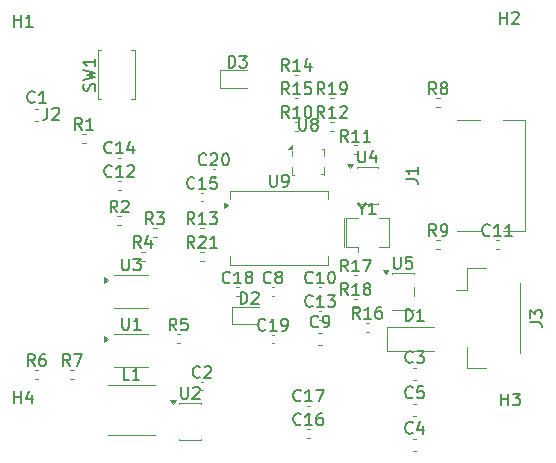
<source format=gbr>
%TF.GenerationSoftware,KiCad,Pcbnew,9.0.6*%
%TF.CreationDate,2026-01-01T00:57:53+05:30*%
%TF.ProjectId,fc,66632e6b-6963-4616-945f-706362585858,rev?*%
%TF.SameCoordinates,Original*%
%TF.FileFunction,Legend,Top*%
%TF.FilePolarity,Positive*%
%FSLAX46Y46*%
G04 Gerber Fmt 4.6, Leading zero omitted, Abs format (unit mm)*
G04 Created by KiCad (PCBNEW 9.0.6) date 2026-01-01 00:57:53*
%MOMM*%
%LPD*%
G01*
G04 APERTURE LIST*
%ADD10C,0.150000*%
%ADD11C,0.120000*%
%ADD12C,0.100000*%
G04 APERTURE END LIST*
D10*
X135597142Y-91589580D02*
X135549523Y-91637200D01*
X135549523Y-91637200D02*
X135406666Y-91684819D01*
X135406666Y-91684819D02*
X135311428Y-91684819D01*
X135311428Y-91684819D02*
X135168571Y-91637200D01*
X135168571Y-91637200D02*
X135073333Y-91541961D01*
X135073333Y-91541961D02*
X135025714Y-91446723D01*
X135025714Y-91446723D02*
X134978095Y-91256247D01*
X134978095Y-91256247D02*
X134978095Y-91113390D01*
X134978095Y-91113390D02*
X135025714Y-90922914D01*
X135025714Y-90922914D02*
X135073333Y-90827676D01*
X135073333Y-90827676D02*
X135168571Y-90732438D01*
X135168571Y-90732438D02*
X135311428Y-90684819D01*
X135311428Y-90684819D02*
X135406666Y-90684819D01*
X135406666Y-90684819D02*
X135549523Y-90732438D01*
X135549523Y-90732438D02*
X135597142Y-90780057D01*
X136549523Y-91684819D02*
X135978095Y-91684819D01*
X136263809Y-91684819D02*
X136263809Y-90684819D01*
X136263809Y-90684819D02*
X136168571Y-90827676D01*
X136168571Y-90827676D02*
X136073333Y-90922914D01*
X136073333Y-90922914D02*
X135978095Y-90970533D01*
X137406666Y-91018152D02*
X137406666Y-91684819D01*
X137168571Y-90637200D02*
X136930476Y-91351485D01*
X136930476Y-91351485D02*
X137549523Y-91351485D01*
X151597142Y-112589580D02*
X151549523Y-112637200D01*
X151549523Y-112637200D02*
X151406666Y-112684819D01*
X151406666Y-112684819D02*
X151311428Y-112684819D01*
X151311428Y-112684819D02*
X151168571Y-112637200D01*
X151168571Y-112637200D02*
X151073333Y-112541961D01*
X151073333Y-112541961D02*
X151025714Y-112446723D01*
X151025714Y-112446723D02*
X150978095Y-112256247D01*
X150978095Y-112256247D02*
X150978095Y-112113390D01*
X150978095Y-112113390D02*
X151025714Y-111922914D01*
X151025714Y-111922914D02*
X151073333Y-111827676D01*
X151073333Y-111827676D02*
X151168571Y-111732438D01*
X151168571Y-111732438D02*
X151311428Y-111684819D01*
X151311428Y-111684819D02*
X151406666Y-111684819D01*
X151406666Y-111684819D02*
X151549523Y-111732438D01*
X151549523Y-111732438D02*
X151597142Y-111780057D01*
X152549523Y-112684819D02*
X151978095Y-112684819D01*
X152263809Y-112684819D02*
X152263809Y-111684819D01*
X152263809Y-111684819D02*
X152168571Y-111827676D01*
X152168571Y-111827676D02*
X152073333Y-111922914D01*
X152073333Y-111922914D02*
X151978095Y-111970533D01*
X152882857Y-111684819D02*
X153549523Y-111684819D01*
X153549523Y-111684819D02*
X153120952Y-112684819D01*
X150597142Y-84674819D02*
X150263809Y-84198628D01*
X150025714Y-84674819D02*
X150025714Y-83674819D01*
X150025714Y-83674819D02*
X150406666Y-83674819D01*
X150406666Y-83674819D02*
X150501904Y-83722438D01*
X150501904Y-83722438D02*
X150549523Y-83770057D01*
X150549523Y-83770057D02*
X150597142Y-83865295D01*
X150597142Y-83865295D02*
X150597142Y-84008152D01*
X150597142Y-84008152D02*
X150549523Y-84103390D01*
X150549523Y-84103390D02*
X150501904Y-84151009D01*
X150501904Y-84151009D02*
X150406666Y-84198628D01*
X150406666Y-84198628D02*
X150025714Y-84198628D01*
X151549523Y-84674819D02*
X150978095Y-84674819D01*
X151263809Y-84674819D02*
X151263809Y-83674819D01*
X151263809Y-83674819D02*
X151168571Y-83817676D01*
X151168571Y-83817676D02*
X151073333Y-83912914D01*
X151073333Y-83912914D02*
X150978095Y-83960533D01*
X152406666Y-84008152D02*
X152406666Y-84674819D01*
X152168571Y-83627200D02*
X151930476Y-84341485D01*
X151930476Y-84341485D02*
X152549523Y-84341485D01*
X142597142Y-99674819D02*
X142263809Y-99198628D01*
X142025714Y-99674819D02*
X142025714Y-98674819D01*
X142025714Y-98674819D02*
X142406666Y-98674819D01*
X142406666Y-98674819D02*
X142501904Y-98722438D01*
X142501904Y-98722438D02*
X142549523Y-98770057D01*
X142549523Y-98770057D02*
X142597142Y-98865295D01*
X142597142Y-98865295D02*
X142597142Y-99008152D01*
X142597142Y-99008152D02*
X142549523Y-99103390D01*
X142549523Y-99103390D02*
X142501904Y-99151009D01*
X142501904Y-99151009D02*
X142406666Y-99198628D01*
X142406666Y-99198628D02*
X142025714Y-99198628D01*
X142978095Y-98770057D02*
X143025714Y-98722438D01*
X143025714Y-98722438D02*
X143120952Y-98674819D01*
X143120952Y-98674819D02*
X143359047Y-98674819D01*
X143359047Y-98674819D02*
X143454285Y-98722438D01*
X143454285Y-98722438D02*
X143501904Y-98770057D01*
X143501904Y-98770057D02*
X143549523Y-98865295D01*
X143549523Y-98865295D02*
X143549523Y-98960533D01*
X143549523Y-98960533D02*
X143501904Y-99103390D01*
X143501904Y-99103390D02*
X142930476Y-99674819D01*
X142930476Y-99674819D02*
X143549523Y-99674819D01*
X144501904Y-99674819D02*
X143930476Y-99674819D01*
X144216190Y-99674819D02*
X144216190Y-98674819D01*
X144216190Y-98674819D02*
X144120952Y-98817676D01*
X144120952Y-98817676D02*
X144025714Y-98912914D01*
X144025714Y-98912914D02*
X143930476Y-98960533D01*
X150597142Y-88674819D02*
X150263809Y-88198628D01*
X150025714Y-88674819D02*
X150025714Y-87674819D01*
X150025714Y-87674819D02*
X150406666Y-87674819D01*
X150406666Y-87674819D02*
X150501904Y-87722438D01*
X150501904Y-87722438D02*
X150549523Y-87770057D01*
X150549523Y-87770057D02*
X150597142Y-87865295D01*
X150597142Y-87865295D02*
X150597142Y-88008152D01*
X150597142Y-88008152D02*
X150549523Y-88103390D01*
X150549523Y-88103390D02*
X150501904Y-88151009D01*
X150501904Y-88151009D02*
X150406666Y-88198628D01*
X150406666Y-88198628D02*
X150025714Y-88198628D01*
X151549523Y-88674819D02*
X150978095Y-88674819D01*
X151263809Y-88674819D02*
X151263809Y-87674819D01*
X151263809Y-87674819D02*
X151168571Y-87817676D01*
X151168571Y-87817676D02*
X151073333Y-87912914D01*
X151073333Y-87912914D02*
X150978095Y-87960533D01*
X152168571Y-87674819D02*
X152263809Y-87674819D01*
X152263809Y-87674819D02*
X152359047Y-87722438D01*
X152359047Y-87722438D02*
X152406666Y-87770057D01*
X152406666Y-87770057D02*
X152454285Y-87865295D01*
X152454285Y-87865295D02*
X152501904Y-88055771D01*
X152501904Y-88055771D02*
X152501904Y-88293866D01*
X152501904Y-88293866D02*
X152454285Y-88484342D01*
X152454285Y-88484342D02*
X152406666Y-88579580D01*
X152406666Y-88579580D02*
X152359047Y-88627200D01*
X152359047Y-88627200D02*
X152263809Y-88674819D01*
X152263809Y-88674819D02*
X152168571Y-88674819D01*
X152168571Y-88674819D02*
X152073333Y-88627200D01*
X152073333Y-88627200D02*
X152025714Y-88579580D01*
X152025714Y-88579580D02*
X151978095Y-88484342D01*
X151978095Y-88484342D02*
X151930476Y-88293866D01*
X151930476Y-88293866D02*
X151930476Y-88055771D01*
X151930476Y-88055771D02*
X151978095Y-87865295D01*
X151978095Y-87865295D02*
X152025714Y-87770057D01*
X152025714Y-87770057D02*
X152073333Y-87722438D01*
X152073333Y-87722438D02*
X152168571Y-87674819D01*
X142597142Y-97674819D02*
X142263809Y-97198628D01*
X142025714Y-97674819D02*
X142025714Y-96674819D01*
X142025714Y-96674819D02*
X142406666Y-96674819D01*
X142406666Y-96674819D02*
X142501904Y-96722438D01*
X142501904Y-96722438D02*
X142549523Y-96770057D01*
X142549523Y-96770057D02*
X142597142Y-96865295D01*
X142597142Y-96865295D02*
X142597142Y-97008152D01*
X142597142Y-97008152D02*
X142549523Y-97103390D01*
X142549523Y-97103390D02*
X142501904Y-97151009D01*
X142501904Y-97151009D02*
X142406666Y-97198628D01*
X142406666Y-97198628D02*
X142025714Y-97198628D01*
X143549523Y-97674819D02*
X142978095Y-97674819D01*
X143263809Y-97674819D02*
X143263809Y-96674819D01*
X143263809Y-96674819D02*
X143168571Y-96817676D01*
X143168571Y-96817676D02*
X143073333Y-96912914D01*
X143073333Y-96912914D02*
X142978095Y-96960533D01*
X143882857Y-96674819D02*
X144501904Y-96674819D01*
X144501904Y-96674819D02*
X144168571Y-97055771D01*
X144168571Y-97055771D02*
X144311428Y-97055771D01*
X144311428Y-97055771D02*
X144406666Y-97103390D01*
X144406666Y-97103390D02*
X144454285Y-97151009D01*
X144454285Y-97151009D02*
X144501904Y-97246247D01*
X144501904Y-97246247D02*
X144501904Y-97484342D01*
X144501904Y-97484342D02*
X144454285Y-97579580D01*
X144454285Y-97579580D02*
X144406666Y-97627200D01*
X144406666Y-97627200D02*
X144311428Y-97674819D01*
X144311428Y-97674819D02*
X144025714Y-97674819D01*
X144025714Y-97674819D02*
X143930476Y-97627200D01*
X143930476Y-97627200D02*
X143882857Y-97579580D01*
X127334795Y-80941519D02*
X127334795Y-79941519D01*
X127334795Y-80417709D02*
X127906223Y-80417709D01*
X127906223Y-80941519D02*
X127906223Y-79941519D01*
X128906223Y-80941519D02*
X128334795Y-80941519D01*
X128620509Y-80941519D02*
X128620509Y-79941519D01*
X128620509Y-79941519D02*
X128525271Y-80084376D01*
X128525271Y-80084376D02*
X128430033Y-80179614D01*
X128430033Y-80179614D02*
X128334795Y-80227233D01*
X145597142Y-102589580D02*
X145549523Y-102637200D01*
X145549523Y-102637200D02*
X145406666Y-102684819D01*
X145406666Y-102684819D02*
X145311428Y-102684819D01*
X145311428Y-102684819D02*
X145168571Y-102637200D01*
X145168571Y-102637200D02*
X145073333Y-102541961D01*
X145073333Y-102541961D02*
X145025714Y-102446723D01*
X145025714Y-102446723D02*
X144978095Y-102256247D01*
X144978095Y-102256247D02*
X144978095Y-102113390D01*
X144978095Y-102113390D02*
X145025714Y-101922914D01*
X145025714Y-101922914D02*
X145073333Y-101827676D01*
X145073333Y-101827676D02*
X145168571Y-101732438D01*
X145168571Y-101732438D02*
X145311428Y-101684819D01*
X145311428Y-101684819D02*
X145406666Y-101684819D01*
X145406666Y-101684819D02*
X145549523Y-101732438D01*
X145549523Y-101732438D02*
X145597142Y-101780057D01*
X146549523Y-102684819D02*
X145978095Y-102684819D01*
X146263809Y-102684819D02*
X146263809Y-101684819D01*
X146263809Y-101684819D02*
X146168571Y-101827676D01*
X146168571Y-101827676D02*
X146073333Y-101922914D01*
X146073333Y-101922914D02*
X145978095Y-101970533D01*
X147120952Y-102113390D02*
X147025714Y-102065771D01*
X147025714Y-102065771D02*
X146978095Y-102018152D01*
X146978095Y-102018152D02*
X146930476Y-101922914D01*
X146930476Y-101922914D02*
X146930476Y-101875295D01*
X146930476Y-101875295D02*
X146978095Y-101780057D01*
X146978095Y-101780057D02*
X147025714Y-101732438D01*
X147025714Y-101732438D02*
X147120952Y-101684819D01*
X147120952Y-101684819D02*
X147311428Y-101684819D01*
X147311428Y-101684819D02*
X147406666Y-101732438D01*
X147406666Y-101732438D02*
X147454285Y-101780057D01*
X147454285Y-101780057D02*
X147501904Y-101875295D01*
X147501904Y-101875295D02*
X147501904Y-101922914D01*
X147501904Y-101922914D02*
X147454285Y-102018152D01*
X147454285Y-102018152D02*
X147406666Y-102065771D01*
X147406666Y-102065771D02*
X147311428Y-102113390D01*
X147311428Y-102113390D02*
X147120952Y-102113390D01*
X147120952Y-102113390D02*
X147025714Y-102161009D01*
X147025714Y-102161009D02*
X146978095Y-102208628D01*
X146978095Y-102208628D02*
X146930476Y-102303866D01*
X146930476Y-102303866D02*
X146930476Y-102494342D01*
X146930476Y-102494342D02*
X146978095Y-102589580D01*
X146978095Y-102589580D02*
X147025714Y-102637200D01*
X147025714Y-102637200D02*
X147120952Y-102684819D01*
X147120952Y-102684819D02*
X147311428Y-102684819D01*
X147311428Y-102684819D02*
X147406666Y-102637200D01*
X147406666Y-102637200D02*
X147454285Y-102589580D01*
X147454285Y-102589580D02*
X147501904Y-102494342D01*
X147501904Y-102494342D02*
X147501904Y-102303866D01*
X147501904Y-102303866D02*
X147454285Y-102208628D01*
X147454285Y-102208628D02*
X147406666Y-102161009D01*
X147406666Y-102161009D02*
X147311428Y-102113390D01*
X143597142Y-92589580D02*
X143549523Y-92637200D01*
X143549523Y-92637200D02*
X143406666Y-92684819D01*
X143406666Y-92684819D02*
X143311428Y-92684819D01*
X143311428Y-92684819D02*
X143168571Y-92637200D01*
X143168571Y-92637200D02*
X143073333Y-92541961D01*
X143073333Y-92541961D02*
X143025714Y-92446723D01*
X143025714Y-92446723D02*
X142978095Y-92256247D01*
X142978095Y-92256247D02*
X142978095Y-92113390D01*
X142978095Y-92113390D02*
X143025714Y-91922914D01*
X143025714Y-91922914D02*
X143073333Y-91827676D01*
X143073333Y-91827676D02*
X143168571Y-91732438D01*
X143168571Y-91732438D02*
X143311428Y-91684819D01*
X143311428Y-91684819D02*
X143406666Y-91684819D01*
X143406666Y-91684819D02*
X143549523Y-91732438D01*
X143549523Y-91732438D02*
X143597142Y-91780057D01*
X143978095Y-91780057D02*
X144025714Y-91732438D01*
X144025714Y-91732438D02*
X144120952Y-91684819D01*
X144120952Y-91684819D02*
X144359047Y-91684819D01*
X144359047Y-91684819D02*
X144454285Y-91732438D01*
X144454285Y-91732438D02*
X144501904Y-91780057D01*
X144501904Y-91780057D02*
X144549523Y-91875295D01*
X144549523Y-91875295D02*
X144549523Y-91970533D01*
X144549523Y-91970533D02*
X144501904Y-92113390D01*
X144501904Y-92113390D02*
X143930476Y-92684819D01*
X143930476Y-92684819D02*
X144549523Y-92684819D01*
X145168571Y-91684819D02*
X145263809Y-91684819D01*
X145263809Y-91684819D02*
X145359047Y-91732438D01*
X145359047Y-91732438D02*
X145406666Y-91780057D01*
X145406666Y-91780057D02*
X145454285Y-91875295D01*
X145454285Y-91875295D02*
X145501904Y-92065771D01*
X145501904Y-92065771D02*
X145501904Y-92303866D01*
X145501904Y-92303866D02*
X145454285Y-92494342D01*
X145454285Y-92494342D02*
X145406666Y-92589580D01*
X145406666Y-92589580D02*
X145359047Y-92637200D01*
X145359047Y-92637200D02*
X145263809Y-92684819D01*
X145263809Y-92684819D02*
X145168571Y-92684819D01*
X145168571Y-92684819D02*
X145073333Y-92637200D01*
X145073333Y-92637200D02*
X145025714Y-92589580D01*
X145025714Y-92589580D02*
X144978095Y-92494342D01*
X144978095Y-92494342D02*
X144930476Y-92303866D01*
X144930476Y-92303866D02*
X144930476Y-92065771D01*
X144930476Y-92065771D02*
X144978095Y-91875295D01*
X144978095Y-91875295D02*
X145025714Y-91780057D01*
X145025714Y-91780057D02*
X145073333Y-91732438D01*
X145073333Y-91732438D02*
X145168571Y-91684819D01*
X149073333Y-102589580D02*
X149025714Y-102637200D01*
X149025714Y-102637200D02*
X148882857Y-102684819D01*
X148882857Y-102684819D02*
X148787619Y-102684819D01*
X148787619Y-102684819D02*
X148644762Y-102637200D01*
X148644762Y-102637200D02*
X148549524Y-102541961D01*
X148549524Y-102541961D02*
X148501905Y-102446723D01*
X148501905Y-102446723D02*
X148454286Y-102256247D01*
X148454286Y-102256247D02*
X148454286Y-102113390D01*
X148454286Y-102113390D02*
X148501905Y-101922914D01*
X148501905Y-101922914D02*
X148549524Y-101827676D01*
X148549524Y-101827676D02*
X148644762Y-101732438D01*
X148644762Y-101732438D02*
X148787619Y-101684819D01*
X148787619Y-101684819D02*
X148882857Y-101684819D01*
X148882857Y-101684819D02*
X149025714Y-101732438D01*
X149025714Y-101732438D02*
X149073333Y-101780057D01*
X149644762Y-102113390D02*
X149549524Y-102065771D01*
X149549524Y-102065771D02*
X149501905Y-102018152D01*
X149501905Y-102018152D02*
X149454286Y-101922914D01*
X149454286Y-101922914D02*
X149454286Y-101875295D01*
X149454286Y-101875295D02*
X149501905Y-101780057D01*
X149501905Y-101780057D02*
X149549524Y-101732438D01*
X149549524Y-101732438D02*
X149644762Y-101684819D01*
X149644762Y-101684819D02*
X149835238Y-101684819D01*
X149835238Y-101684819D02*
X149930476Y-101732438D01*
X149930476Y-101732438D02*
X149978095Y-101780057D01*
X149978095Y-101780057D02*
X150025714Y-101875295D01*
X150025714Y-101875295D02*
X150025714Y-101922914D01*
X150025714Y-101922914D02*
X149978095Y-102018152D01*
X149978095Y-102018152D02*
X149930476Y-102065771D01*
X149930476Y-102065771D02*
X149835238Y-102113390D01*
X149835238Y-102113390D02*
X149644762Y-102113390D01*
X149644762Y-102113390D02*
X149549524Y-102161009D01*
X149549524Y-102161009D02*
X149501905Y-102208628D01*
X149501905Y-102208628D02*
X149454286Y-102303866D01*
X149454286Y-102303866D02*
X149454286Y-102494342D01*
X149454286Y-102494342D02*
X149501905Y-102589580D01*
X149501905Y-102589580D02*
X149549524Y-102637200D01*
X149549524Y-102637200D02*
X149644762Y-102684819D01*
X149644762Y-102684819D02*
X149835238Y-102684819D01*
X149835238Y-102684819D02*
X149930476Y-102637200D01*
X149930476Y-102637200D02*
X149978095Y-102589580D01*
X149978095Y-102589580D02*
X150025714Y-102494342D01*
X150025714Y-102494342D02*
X150025714Y-102303866D01*
X150025714Y-102303866D02*
X149978095Y-102208628D01*
X149978095Y-102208628D02*
X149930476Y-102161009D01*
X149930476Y-102161009D02*
X149835238Y-102113390D01*
X135597142Y-93589580D02*
X135549523Y-93637200D01*
X135549523Y-93637200D02*
X135406666Y-93684819D01*
X135406666Y-93684819D02*
X135311428Y-93684819D01*
X135311428Y-93684819D02*
X135168571Y-93637200D01*
X135168571Y-93637200D02*
X135073333Y-93541961D01*
X135073333Y-93541961D02*
X135025714Y-93446723D01*
X135025714Y-93446723D02*
X134978095Y-93256247D01*
X134978095Y-93256247D02*
X134978095Y-93113390D01*
X134978095Y-93113390D02*
X135025714Y-92922914D01*
X135025714Y-92922914D02*
X135073333Y-92827676D01*
X135073333Y-92827676D02*
X135168571Y-92732438D01*
X135168571Y-92732438D02*
X135311428Y-92684819D01*
X135311428Y-92684819D02*
X135406666Y-92684819D01*
X135406666Y-92684819D02*
X135549523Y-92732438D01*
X135549523Y-92732438D02*
X135597142Y-92780057D01*
X136549523Y-93684819D02*
X135978095Y-93684819D01*
X136263809Y-93684819D02*
X136263809Y-92684819D01*
X136263809Y-92684819D02*
X136168571Y-92827676D01*
X136168571Y-92827676D02*
X136073333Y-92922914D01*
X136073333Y-92922914D02*
X135978095Y-92970533D01*
X136930476Y-92780057D02*
X136978095Y-92732438D01*
X136978095Y-92732438D02*
X137073333Y-92684819D01*
X137073333Y-92684819D02*
X137311428Y-92684819D01*
X137311428Y-92684819D02*
X137406666Y-92732438D01*
X137406666Y-92732438D02*
X137454285Y-92780057D01*
X137454285Y-92780057D02*
X137501904Y-92875295D01*
X137501904Y-92875295D02*
X137501904Y-92970533D01*
X137501904Y-92970533D02*
X137454285Y-93113390D01*
X137454285Y-93113390D02*
X136882857Y-93684819D01*
X136882857Y-93684819D02*
X137501904Y-93684819D01*
X161073333Y-115319580D02*
X161025714Y-115367200D01*
X161025714Y-115367200D02*
X160882857Y-115414819D01*
X160882857Y-115414819D02*
X160787619Y-115414819D01*
X160787619Y-115414819D02*
X160644762Y-115367200D01*
X160644762Y-115367200D02*
X160549524Y-115271961D01*
X160549524Y-115271961D02*
X160501905Y-115176723D01*
X160501905Y-115176723D02*
X160454286Y-114986247D01*
X160454286Y-114986247D02*
X160454286Y-114843390D01*
X160454286Y-114843390D02*
X160501905Y-114652914D01*
X160501905Y-114652914D02*
X160549524Y-114557676D01*
X160549524Y-114557676D02*
X160644762Y-114462438D01*
X160644762Y-114462438D02*
X160787619Y-114414819D01*
X160787619Y-114414819D02*
X160882857Y-114414819D01*
X160882857Y-114414819D02*
X161025714Y-114462438D01*
X161025714Y-114462438D02*
X161073333Y-114510057D01*
X161930476Y-114748152D02*
X161930476Y-115414819D01*
X161692381Y-114367200D02*
X161454286Y-115081485D01*
X161454286Y-115081485D02*
X162073333Y-115081485D01*
X141478095Y-111444819D02*
X141478095Y-112254342D01*
X141478095Y-112254342D02*
X141525714Y-112349580D01*
X141525714Y-112349580D02*
X141573333Y-112397200D01*
X141573333Y-112397200D02*
X141668571Y-112444819D01*
X141668571Y-112444819D02*
X141859047Y-112444819D01*
X141859047Y-112444819D02*
X141954285Y-112397200D01*
X141954285Y-112397200D02*
X142001904Y-112349580D01*
X142001904Y-112349580D02*
X142049523Y-112254342D01*
X142049523Y-112254342D02*
X142049523Y-111444819D01*
X142478095Y-111540057D02*
X142525714Y-111492438D01*
X142525714Y-111492438D02*
X142620952Y-111444819D01*
X142620952Y-111444819D02*
X142859047Y-111444819D01*
X142859047Y-111444819D02*
X142954285Y-111492438D01*
X142954285Y-111492438D02*
X143001904Y-111540057D01*
X143001904Y-111540057D02*
X143049523Y-111635295D01*
X143049523Y-111635295D02*
X143049523Y-111730533D01*
X143049523Y-111730533D02*
X143001904Y-111873390D01*
X143001904Y-111873390D02*
X142430476Y-112444819D01*
X142430476Y-112444819D02*
X143049523Y-112444819D01*
X137073333Y-110844819D02*
X136597143Y-110844819D01*
X136597143Y-110844819D02*
X136597143Y-109844819D01*
X137930476Y-110844819D02*
X137359048Y-110844819D01*
X137644762Y-110844819D02*
X137644762Y-109844819D01*
X137644762Y-109844819D02*
X137549524Y-109987676D01*
X137549524Y-109987676D02*
X137454286Y-110082914D01*
X137454286Y-110082914D02*
X137359048Y-110130533D01*
X141073333Y-106674819D02*
X140740000Y-106198628D01*
X140501905Y-106674819D02*
X140501905Y-105674819D01*
X140501905Y-105674819D02*
X140882857Y-105674819D01*
X140882857Y-105674819D02*
X140978095Y-105722438D01*
X140978095Y-105722438D02*
X141025714Y-105770057D01*
X141025714Y-105770057D02*
X141073333Y-105865295D01*
X141073333Y-105865295D02*
X141073333Y-106008152D01*
X141073333Y-106008152D02*
X141025714Y-106103390D01*
X141025714Y-106103390D02*
X140978095Y-106151009D01*
X140978095Y-106151009D02*
X140882857Y-106198628D01*
X140882857Y-106198628D02*
X140501905Y-106198628D01*
X141978095Y-105674819D02*
X141501905Y-105674819D01*
X141501905Y-105674819D02*
X141454286Y-106151009D01*
X141454286Y-106151009D02*
X141501905Y-106103390D01*
X141501905Y-106103390D02*
X141597143Y-106055771D01*
X141597143Y-106055771D02*
X141835238Y-106055771D01*
X141835238Y-106055771D02*
X141930476Y-106103390D01*
X141930476Y-106103390D02*
X141978095Y-106151009D01*
X141978095Y-106151009D02*
X142025714Y-106246247D01*
X142025714Y-106246247D02*
X142025714Y-106484342D01*
X142025714Y-106484342D02*
X141978095Y-106579580D01*
X141978095Y-106579580D02*
X141930476Y-106627200D01*
X141930476Y-106627200D02*
X141835238Y-106674819D01*
X141835238Y-106674819D02*
X141597143Y-106674819D01*
X141597143Y-106674819D02*
X141501905Y-106627200D01*
X141501905Y-106627200D02*
X141454286Y-106579580D01*
X159478095Y-100444819D02*
X159478095Y-101254342D01*
X159478095Y-101254342D02*
X159525714Y-101349580D01*
X159525714Y-101349580D02*
X159573333Y-101397200D01*
X159573333Y-101397200D02*
X159668571Y-101444819D01*
X159668571Y-101444819D02*
X159859047Y-101444819D01*
X159859047Y-101444819D02*
X159954285Y-101397200D01*
X159954285Y-101397200D02*
X160001904Y-101349580D01*
X160001904Y-101349580D02*
X160049523Y-101254342D01*
X160049523Y-101254342D02*
X160049523Y-100444819D01*
X161001904Y-100444819D02*
X160525714Y-100444819D01*
X160525714Y-100444819D02*
X160478095Y-100921009D01*
X160478095Y-100921009D02*
X160525714Y-100873390D01*
X160525714Y-100873390D02*
X160620952Y-100825771D01*
X160620952Y-100825771D02*
X160859047Y-100825771D01*
X160859047Y-100825771D02*
X160954285Y-100873390D01*
X160954285Y-100873390D02*
X161001904Y-100921009D01*
X161001904Y-100921009D02*
X161049523Y-101016247D01*
X161049523Y-101016247D02*
X161049523Y-101254342D01*
X161049523Y-101254342D02*
X161001904Y-101349580D01*
X161001904Y-101349580D02*
X160954285Y-101397200D01*
X160954285Y-101397200D02*
X160859047Y-101444819D01*
X160859047Y-101444819D02*
X160620952Y-101444819D01*
X160620952Y-101444819D02*
X160525714Y-101397200D01*
X160525714Y-101397200D02*
X160478095Y-101349580D01*
X163073333Y-86674819D02*
X162740000Y-86198628D01*
X162501905Y-86674819D02*
X162501905Y-85674819D01*
X162501905Y-85674819D02*
X162882857Y-85674819D01*
X162882857Y-85674819D02*
X162978095Y-85722438D01*
X162978095Y-85722438D02*
X163025714Y-85770057D01*
X163025714Y-85770057D02*
X163073333Y-85865295D01*
X163073333Y-85865295D02*
X163073333Y-86008152D01*
X163073333Y-86008152D02*
X163025714Y-86103390D01*
X163025714Y-86103390D02*
X162978095Y-86151009D01*
X162978095Y-86151009D02*
X162882857Y-86198628D01*
X162882857Y-86198628D02*
X162501905Y-86198628D01*
X163644762Y-86103390D02*
X163549524Y-86055771D01*
X163549524Y-86055771D02*
X163501905Y-86008152D01*
X163501905Y-86008152D02*
X163454286Y-85912914D01*
X163454286Y-85912914D02*
X163454286Y-85865295D01*
X163454286Y-85865295D02*
X163501905Y-85770057D01*
X163501905Y-85770057D02*
X163549524Y-85722438D01*
X163549524Y-85722438D02*
X163644762Y-85674819D01*
X163644762Y-85674819D02*
X163835238Y-85674819D01*
X163835238Y-85674819D02*
X163930476Y-85722438D01*
X163930476Y-85722438D02*
X163978095Y-85770057D01*
X163978095Y-85770057D02*
X164025714Y-85865295D01*
X164025714Y-85865295D02*
X164025714Y-85912914D01*
X164025714Y-85912914D02*
X163978095Y-86008152D01*
X163978095Y-86008152D02*
X163930476Y-86055771D01*
X163930476Y-86055771D02*
X163835238Y-86103390D01*
X163835238Y-86103390D02*
X163644762Y-86103390D01*
X163644762Y-86103390D02*
X163549524Y-86151009D01*
X163549524Y-86151009D02*
X163501905Y-86198628D01*
X163501905Y-86198628D02*
X163454286Y-86293866D01*
X163454286Y-86293866D02*
X163454286Y-86484342D01*
X163454286Y-86484342D02*
X163501905Y-86579580D01*
X163501905Y-86579580D02*
X163549524Y-86627200D01*
X163549524Y-86627200D02*
X163644762Y-86674819D01*
X163644762Y-86674819D02*
X163835238Y-86674819D01*
X163835238Y-86674819D02*
X163930476Y-86627200D01*
X163930476Y-86627200D02*
X163978095Y-86579580D01*
X163978095Y-86579580D02*
X164025714Y-86484342D01*
X164025714Y-86484342D02*
X164025714Y-86293866D01*
X164025714Y-86293866D02*
X163978095Y-86198628D01*
X163978095Y-86198628D02*
X163930476Y-86151009D01*
X163930476Y-86151009D02*
X163835238Y-86103390D01*
X156478095Y-91444819D02*
X156478095Y-92254342D01*
X156478095Y-92254342D02*
X156525714Y-92349580D01*
X156525714Y-92349580D02*
X156573333Y-92397200D01*
X156573333Y-92397200D02*
X156668571Y-92444819D01*
X156668571Y-92444819D02*
X156859047Y-92444819D01*
X156859047Y-92444819D02*
X156954285Y-92397200D01*
X156954285Y-92397200D02*
X157001904Y-92349580D01*
X157001904Y-92349580D02*
X157049523Y-92254342D01*
X157049523Y-92254342D02*
X157049523Y-91444819D01*
X157954285Y-91778152D02*
X157954285Y-92444819D01*
X157716190Y-91397200D02*
X157478095Y-92111485D01*
X157478095Y-92111485D02*
X158097142Y-92111485D01*
X150597142Y-86674819D02*
X150263809Y-86198628D01*
X150025714Y-86674819D02*
X150025714Y-85674819D01*
X150025714Y-85674819D02*
X150406666Y-85674819D01*
X150406666Y-85674819D02*
X150501904Y-85722438D01*
X150501904Y-85722438D02*
X150549523Y-85770057D01*
X150549523Y-85770057D02*
X150597142Y-85865295D01*
X150597142Y-85865295D02*
X150597142Y-86008152D01*
X150597142Y-86008152D02*
X150549523Y-86103390D01*
X150549523Y-86103390D02*
X150501904Y-86151009D01*
X150501904Y-86151009D02*
X150406666Y-86198628D01*
X150406666Y-86198628D02*
X150025714Y-86198628D01*
X151549523Y-86674819D02*
X150978095Y-86674819D01*
X151263809Y-86674819D02*
X151263809Y-85674819D01*
X151263809Y-85674819D02*
X151168571Y-85817676D01*
X151168571Y-85817676D02*
X151073333Y-85912914D01*
X151073333Y-85912914D02*
X150978095Y-85960533D01*
X152454285Y-85674819D02*
X151978095Y-85674819D01*
X151978095Y-85674819D02*
X151930476Y-86151009D01*
X151930476Y-86151009D02*
X151978095Y-86103390D01*
X151978095Y-86103390D02*
X152073333Y-86055771D01*
X152073333Y-86055771D02*
X152311428Y-86055771D01*
X152311428Y-86055771D02*
X152406666Y-86103390D01*
X152406666Y-86103390D02*
X152454285Y-86151009D01*
X152454285Y-86151009D02*
X152501904Y-86246247D01*
X152501904Y-86246247D02*
X152501904Y-86484342D01*
X152501904Y-86484342D02*
X152454285Y-86579580D01*
X152454285Y-86579580D02*
X152406666Y-86627200D01*
X152406666Y-86627200D02*
X152311428Y-86674819D01*
X152311428Y-86674819D02*
X152073333Y-86674819D01*
X152073333Y-86674819D02*
X151978095Y-86627200D01*
X151978095Y-86627200D02*
X151930476Y-86579580D01*
X136478095Y-100594819D02*
X136478095Y-101404342D01*
X136478095Y-101404342D02*
X136525714Y-101499580D01*
X136525714Y-101499580D02*
X136573333Y-101547200D01*
X136573333Y-101547200D02*
X136668571Y-101594819D01*
X136668571Y-101594819D02*
X136859047Y-101594819D01*
X136859047Y-101594819D02*
X136954285Y-101547200D01*
X136954285Y-101547200D02*
X137001904Y-101499580D01*
X137001904Y-101499580D02*
X137049523Y-101404342D01*
X137049523Y-101404342D02*
X137049523Y-100594819D01*
X137430476Y-100594819D02*
X138049523Y-100594819D01*
X138049523Y-100594819D02*
X137716190Y-100975771D01*
X137716190Y-100975771D02*
X137859047Y-100975771D01*
X137859047Y-100975771D02*
X137954285Y-101023390D01*
X137954285Y-101023390D02*
X138001904Y-101071009D01*
X138001904Y-101071009D02*
X138049523Y-101166247D01*
X138049523Y-101166247D02*
X138049523Y-101404342D01*
X138049523Y-101404342D02*
X138001904Y-101499580D01*
X138001904Y-101499580D02*
X137954285Y-101547200D01*
X137954285Y-101547200D02*
X137859047Y-101594819D01*
X137859047Y-101594819D02*
X137573333Y-101594819D01*
X137573333Y-101594819D02*
X137478095Y-101547200D01*
X137478095Y-101547200D02*
X137430476Y-101499580D01*
X153597142Y-88674819D02*
X153263809Y-88198628D01*
X153025714Y-88674819D02*
X153025714Y-87674819D01*
X153025714Y-87674819D02*
X153406666Y-87674819D01*
X153406666Y-87674819D02*
X153501904Y-87722438D01*
X153501904Y-87722438D02*
X153549523Y-87770057D01*
X153549523Y-87770057D02*
X153597142Y-87865295D01*
X153597142Y-87865295D02*
X153597142Y-88008152D01*
X153597142Y-88008152D02*
X153549523Y-88103390D01*
X153549523Y-88103390D02*
X153501904Y-88151009D01*
X153501904Y-88151009D02*
X153406666Y-88198628D01*
X153406666Y-88198628D02*
X153025714Y-88198628D01*
X154549523Y-88674819D02*
X153978095Y-88674819D01*
X154263809Y-88674819D02*
X154263809Y-87674819D01*
X154263809Y-87674819D02*
X154168571Y-87817676D01*
X154168571Y-87817676D02*
X154073333Y-87912914D01*
X154073333Y-87912914D02*
X153978095Y-87960533D01*
X154930476Y-87770057D02*
X154978095Y-87722438D01*
X154978095Y-87722438D02*
X155073333Y-87674819D01*
X155073333Y-87674819D02*
X155311428Y-87674819D01*
X155311428Y-87674819D02*
X155406666Y-87722438D01*
X155406666Y-87722438D02*
X155454285Y-87770057D01*
X155454285Y-87770057D02*
X155501904Y-87865295D01*
X155501904Y-87865295D02*
X155501904Y-87960533D01*
X155501904Y-87960533D02*
X155454285Y-88103390D01*
X155454285Y-88103390D02*
X154882857Y-88674819D01*
X154882857Y-88674819D02*
X155501904Y-88674819D01*
X146501905Y-104414819D02*
X146501905Y-103414819D01*
X146501905Y-103414819D02*
X146740000Y-103414819D01*
X146740000Y-103414819D02*
X146882857Y-103462438D01*
X146882857Y-103462438D02*
X146978095Y-103557676D01*
X146978095Y-103557676D02*
X147025714Y-103652914D01*
X147025714Y-103652914D02*
X147073333Y-103843390D01*
X147073333Y-103843390D02*
X147073333Y-103986247D01*
X147073333Y-103986247D02*
X147025714Y-104176723D01*
X147025714Y-104176723D02*
X146978095Y-104271961D01*
X146978095Y-104271961D02*
X146882857Y-104367200D01*
X146882857Y-104367200D02*
X146740000Y-104414819D01*
X146740000Y-104414819D02*
X146501905Y-104414819D01*
X147454286Y-103510057D02*
X147501905Y-103462438D01*
X147501905Y-103462438D02*
X147597143Y-103414819D01*
X147597143Y-103414819D02*
X147835238Y-103414819D01*
X147835238Y-103414819D02*
X147930476Y-103462438D01*
X147930476Y-103462438D02*
X147978095Y-103510057D01*
X147978095Y-103510057D02*
X148025714Y-103605295D01*
X148025714Y-103605295D02*
X148025714Y-103700533D01*
X148025714Y-103700533D02*
X147978095Y-103843390D01*
X147978095Y-103843390D02*
X147406667Y-104414819D01*
X147406667Y-104414819D02*
X148025714Y-104414819D01*
X129073333Y-109674819D02*
X128740000Y-109198628D01*
X128501905Y-109674819D02*
X128501905Y-108674819D01*
X128501905Y-108674819D02*
X128882857Y-108674819D01*
X128882857Y-108674819D02*
X128978095Y-108722438D01*
X128978095Y-108722438D02*
X129025714Y-108770057D01*
X129025714Y-108770057D02*
X129073333Y-108865295D01*
X129073333Y-108865295D02*
X129073333Y-109008152D01*
X129073333Y-109008152D02*
X129025714Y-109103390D01*
X129025714Y-109103390D02*
X128978095Y-109151009D01*
X128978095Y-109151009D02*
X128882857Y-109198628D01*
X128882857Y-109198628D02*
X128501905Y-109198628D01*
X129930476Y-108674819D02*
X129740000Y-108674819D01*
X129740000Y-108674819D02*
X129644762Y-108722438D01*
X129644762Y-108722438D02*
X129597143Y-108770057D01*
X129597143Y-108770057D02*
X129501905Y-108912914D01*
X129501905Y-108912914D02*
X129454286Y-109103390D01*
X129454286Y-109103390D02*
X129454286Y-109484342D01*
X129454286Y-109484342D02*
X129501905Y-109579580D01*
X129501905Y-109579580D02*
X129549524Y-109627200D01*
X129549524Y-109627200D02*
X129644762Y-109674819D01*
X129644762Y-109674819D02*
X129835238Y-109674819D01*
X129835238Y-109674819D02*
X129930476Y-109627200D01*
X129930476Y-109627200D02*
X129978095Y-109579580D01*
X129978095Y-109579580D02*
X130025714Y-109484342D01*
X130025714Y-109484342D02*
X130025714Y-109246247D01*
X130025714Y-109246247D02*
X129978095Y-109151009D01*
X129978095Y-109151009D02*
X129930476Y-109103390D01*
X129930476Y-109103390D02*
X129835238Y-109055771D01*
X129835238Y-109055771D02*
X129644762Y-109055771D01*
X129644762Y-109055771D02*
X129549524Y-109103390D01*
X129549524Y-109103390D02*
X129501905Y-109151009D01*
X129501905Y-109151009D02*
X129454286Y-109246247D01*
X130146666Y-87829819D02*
X130146666Y-88544104D01*
X130146666Y-88544104D02*
X130099047Y-88686961D01*
X130099047Y-88686961D02*
X130003809Y-88782200D01*
X130003809Y-88782200D02*
X129860952Y-88829819D01*
X129860952Y-88829819D02*
X129765714Y-88829819D01*
X130575238Y-87925057D02*
X130622857Y-87877438D01*
X130622857Y-87877438D02*
X130718095Y-87829819D01*
X130718095Y-87829819D02*
X130956190Y-87829819D01*
X130956190Y-87829819D02*
X131051428Y-87877438D01*
X131051428Y-87877438D02*
X131099047Y-87925057D01*
X131099047Y-87925057D02*
X131146666Y-88020295D01*
X131146666Y-88020295D02*
X131146666Y-88115533D01*
X131146666Y-88115533D02*
X131099047Y-88258390D01*
X131099047Y-88258390D02*
X130527619Y-88829819D01*
X130527619Y-88829819D02*
X131146666Y-88829819D01*
X153597142Y-86674819D02*
X153263809Y-86198628D01*
X153025714Y-86674819D02*
X153025714Y-85674819D01*
X153025714Y-85674819D02*
X153406666Y-85674819D01*
X153406666Y-85674819D02*
X153501904Y-85722438D01*
X153501904Y-85722438D02*
X153549523Y-85770057D01*
X153549523Y-85770057D02*
X153597142Y-85865295D01*
X153597142Y-85865295D02*
X153597142Y-86008152D01*
X153597142Y-86008152D02*
X153549523Y-86103390D01*
X153549523Y-86103390D02*
X153501904Y-86151009D01*
X153501904Y-86151009D02*
X153406666Y-86198628D01*
X153406666Y-86198628D02*
X153025714Y-86198628D01*
X154549523Y-86674819D02*
X153978095Y-86674819D01*
X154263809Y-86674819D02*
X154263809Y-85674819D01*
X154263809Y-85674819D02*
X154168571Y-85817676D01*
X154168571Y-85817676D02*
X154073333Y-85912914D01*
X154073333Y-85912914D02*
X153978095Y-85960533D01*
X155025714Y-86674819D02*
X155216190Y-86674819D01*
X155216190Y-86674819D02*
X155311428Y-86627200D01*
X155311428Y-86627200D02*
X155359047Y-86579580D01*
X155359047Y-86579580D02*
X155454285Y-86436723D01*
X155454285Y-86436723D02*
X155501904Y-86246247D01*
X155501904Y-86246247D02*
X155501904Y-85865295D01*
X155501904Y-85865295D02*
X155454285Y-85770057D01*
X155454285Y-85770057D02*
X155406666Y-85722438D01*
X155406666Y-85722438D02*
X155311428Y-85674819D01*
X155311428Y-85674819D02*
X155120952Y-85674819D01*
X155120952Y-85674819D02*
X155025714Y-85722438D01*
X155025714Y-85722438D02*
X154978095Y-85770057D01*
X154978095Y-85770057D02*
X154930476Y-85865295D01*
X154930476Y-85865295D02*
X154930476Y-86103390D01*
X154930476Y-86103390D02*
X154978095Y-86198628D01*
X154978095Y-86198628D02*
X155025714Y-86246247D01*
X155025714Y-86246247D02*
X155120952Y-86293866D01*
X155120952Y-86293866D02*
X155311428Y-86293866D01*
X155311428Y-86293866D02*
X155406666Y-86246247D01*
X155406666Y-86246247D02*
X155454285Y-86198628D01*
X155454285Y-86198628D02*
X155501904Y-86103390D01*
X153073333Y-106319580D02*
X153025714Y-106367200D01*
X153025714Y-106367200D02*
X152882857Y-106414819D01*
X152882857Y-106414819D02*
X152787619Y-106414819D01*
X152787619Y-106414819D02*
X152644762Y-106367200D01*
X152644762Y-106367200D02*
X152549524Y-106271961D01*
X152549524Y-106271961D02*
X152501905Y-106176723D01*
X152501905Y-106176723D02*
X152454286Y-105986247D01*
X152454286Y-105986247D02*
X152454286Y-105843390D01*
X152454286Y-105843390D02*
X152501905Y-105652914D01*
X152501905Y-105652914D02*
X152549524Y-105557676D01*
X152549524Y-105557676D02*
X152644762Y-105462438D01*
X152644762Y-105462438D02*
X152787619Y-105414819D01*
X152787619Y-105414819D02*
X152882857Y-105414819D01*
X152882857Y-105414819D02*
X153025714Y-105462438D01*
X153025714Y-105462438D02*
X153073333Y-105510057D01*
X153549524Y-106414819D02*
X153740000Y-106414819D01*
X153740000Y-106414819D02*
X153835238Y-106367200D01*
X153835238Y-106367200D02*
X153882857Y-106319580D01*
X153882857Y-106319580D02*
X153978095Y-106176723D01*
X153978095Y-106176723D02*
X154025714Y-105986247D01*
X154025714Y-105986247D02*
X154025714Y-105605295D01*
X154025714Y-105605295D02*
X153978095Y-105510057D01*
X153978095Y-105510057D02*
X153930476Y-105462438D01*
X153930476Y-105462438D02*
X153835238Y-105414819D01*
X153835238Y-105414819D02*
X153644762Y-105414819D01*
X153644762Y-105414819D02*
X153549524Y-105462438D01*
X153549524Y-105462438D02*
X153501905Y-105510057D01*
X153501905Y-105510057D02*
X153454286Y-105605295D01*
X153454286Y-105605295D02*
X153454286Y-105843390D01*
X153454286Y-105843390D02*
X153501905Y-105938628D01*
X153501905Y-105938628D02*
X153549524Y-105986247D01*
X153549524Y-105986247D02*
X153644762Y-106033866D01*
X153644762Y-106033866D02*
X153835238Y-106033866D01*
X153835238Y-106033866D02*
X153930476Y-105986247D01*
X153930476Y-105986247D02*
X153978095Y-105938628D01*
X153978095Y-105938628D02*
X154025714Y-105843390D01*
X142597142Y-94589580D02*
X142549523Y-94637200D01*
X142549523Y-94637200D02*
X142406666Y-94684819D01*
X142406666Y-94684819D02*
X142311428Y-94684819D01*
X142311428Y-94684819D02*
X142168571Y-94637200D01*
X142168571Y-94637200D02*
X142073333Y-94541961D01*
X142073333Y-94541961D02*
X142025714Y-94446723D01*
X142025714Y-94446723D02*
X141978095Y-94256247D01*
X141978095Y-94256247D02*
X141978095Y-94113390D01*
X141978095Y-94113390D02*
X142025714Y-93922914D01*
X142025714Y-93922914D02*
X142073333Y-93827676D01*
X142073333Y-93827676D02*
X142168571Y-93732438D01*
X142168571Y-93732438D02*
X142311428Y-93684819D01*
X142311428Y-93684819D02*
X142406666Y-93684819D01*
X142406666Y-93684819D02*
X142549523Y-93732438D01*
X142549523Y-93732438D02*
X142597142Y-93780057D01*
X143549523Y-94684819D02*
X142978095Y-94684819D01*
X143263809Y-94684819D02*
X143263809Y-93684819D01*
X143263809Y-93684819D02*
X143168571Y-93827676D01*
X143168571Y-93827676D02*
X143073333Y-93922914D01*
X143073333Y-93922914D02*
X142978095Y-93970533D01*
X144454285Y-93684819D02*
X143978095Y-93684819D01*
X143978095Y-93684819D02*
X143930476Y-94161009D01*
X143930476Y-94161009D02*
X143978095Y-94113390D01*
X143978095Y-94113390D02*
X144073333Y-94065771D01*
X144073333Y-94065771D02*
X144311428Y-94065771D01*
X144311428Y-94065771D02*
X144406666Y-94113390D01*
X144406666Y-94113390D02*
X144454285Y-94161009D01*
X144454285Y-94161009D02*
X144501904Y-94256247D01*
X144501904Y-94256247D02*
X144501904Y-94494342D01*
X144501904Y-94494342D02*
X144454285Y-94589580D01*
X144454285Y-94589580D02*
X144406666Y-94637200D01*
X144406666Y-94637200D02*
X144311428Y-94684819D01*
X144311428Y-94684819D02*
X144073333Y-94684819D01*
X144073333Y-94684819D02*
X143978095Y-94637200D01*
X143978095Y-94637200D02*
X143930476Y-94589580D01*
X167597142Y-98589580D02*
X167549523Y-98637200D01*
X167549523Y-98637200D02*
X167406666Y-98684819D01*
X167406666Y-98684819D02*
X167311428Y-98684819D01*
X167311428Y-98684819D02*
X167168571Y-98637200D01*
X167168571Y-98637200D02*
X167073333Y-98541961D01*
X167073333Y-98541961D02*
X167025714Y-98446723D01*
X167025714Y-98446723D02*
X166978095Y-98256247D01*
X166978095Y-98256247D02*
X166978095Y-98113390D01*
X166978095Y-98113390D02*
X167025714Y-97922914D01*
X167025714Y-97922914D02*
X167073333Y-97827676D01*
X167073333Y-97827676D02*
X167168571Y-97732438D01*
X167168571Y-97732438D02*
X167311428Y-97684819D01*
X167311428Y-97684819D02*
X167406666Y-97684819D01*
X167406666Y-97684819D02*
X167549523Y-97732438D01*
X167549523Y-97732438D02*
X167597142Y-97780057D01*
X168549523Y-98684819D02*
X167978095Y-98684819D01*
X168263809Y-98684819D02*
X168263809Y-97684819D01*
X168263809Y-97684819D02*
X168168571Y-97827676D01*
X168168571Y-97827676D02*
X168073333Y-97922914D01*
X168073333Y-97922914D02*
X167978095Y-97970533D01*
X169501904Y-98684819D02*
X168930476Y-98684819D01*
X169216190Y-98684819D02*
X169216190Y-97684819D01*
X169216190Y-97684819D02*
X169120952Y-97827676D01*
X169120952Y-97827676D02*
X169025714Y-97922914D01*
X169025714Y-97922914D02*
X168930476Y-97970533D01*
X163073333Y-98674819D02*
X162740000Y-98198628D01*
X162501905Y-98674819D02*
X162501905Y-97674819D01*
X162501905Y-97674819D02*
X162882857Y-97674819D01*
X162882857Y-97674819D02*
X162978095Y-97722438D01*
X162978095Y-97722438D02*
X163025714Y-97770057D01*
X163025714Y-97770057D02*
X163073333Y-97865295D01*
X163073333Y-97865295D02*
X163073333Y-98008152D01*
X163073333Y-98008152D02*
X163025714Y-98103390D01*
X163025714Y-98103390D02*
X162978095Y-98151009D01*
X162978095Y-98151009D02*
X162882857Y-98198628D01*
X162882857Y-98198628D02*
X162501905Y-98198628D01*
X163549524Y-98674819D02*
X163740000Y-98674819D01*
X163740000Y-98674819D02*
X163835238Y-98627200D01*
X163835238Y-98627200D02*
X163882857Y-98579580D01*
X163882857Y-98579580D02*
X163978095Y-98436723D01*
X163978095Y-98436723D02*
X164025714Y-98246247D01*
X164025714Y-98246247D02*
X164025714Y-97865295D01*
X164025714Y-97865295D02*
X163978095Y-97770057D01*
X163978095Y-97770057D02*
X163930476Y-97722438D01*
X163930476Y-97722438D02*
X163835238Y-97674819D01*
X163835238Y-97674819D02*
X163644762Y-97674819D01*
X163644762Y-97674819D02*
X163549524Y-97722438D01*
X163549524Y-97722438D02*
X163501905Y-97770057D01*
X163501905Y-97770057D02*
X163454286Y-97865295D01*
X163454286Y-97865295D02*
X163454286Y-98103390D01*
X163454286Y-98103390D02*
X163501905Y-98198628D01*
X163501905Y-98198628D02*
X163549524Y-98246247D01*
X163549524Y-98246247D02*
X163644762Y-98293866D01*
X163644762Y-98293866D02*
X163835238Y-98293866D01*
X163835238Y-98293866D02*
X163930476Y-98246247D01*
X163930476Y-98246247D02*
X163978095Y-98198628D01*
X163978095Y-98198628D02*
X164025714Y-98103390D01*
X152597142Y-104589580D02*
X152549523Y-104637200D01*
X152549523Y-104637200D02*
X152406666Y-104684819D01*
X152406666Y-104684819D02*
X152311428Y-104684819D01*
X152311428Y-104684819D02*
X152168571Y-104637200D01*
X152168571Y-104637200D02*
X152073333Y-104541961D01*
X152073333Y-104541961D02*
X152025714Y-104446723D01*
X152025714Y-104446723D02*
X151978095Y-104256247D01*
X151978095Y-104256247D02*
X151978095Y-104113390D01*
X151978095Y-104113390D02*
X152025714Y-103922914D01*
X152025714Y-103922914D02*
X152073333Y-103827676D01*
X152073333Y-103827676D02*
X152168571Y-103732438D01*
X152168571Y-103732438D02*
X152311428Y-103684819D01*
X152311428Y-103684819D02*
X152406666Y-103684819D01*
X152406666Y-103684819D02*
X152549523Y-103732438D01*
X152549523Y-103732438D02*
X152597142Y-103780057D01*
X153549523Y-104684819D02*
X152978095Y-104684819D01*
X153263809Y-104684819D02*
X153263809Y-103684819D01*
X153263809Y-103684819D02*
X153168571Y-103827676D01*
X153168571Y-103827676D02*
X153073333Y-103922914D01*
X153073333Y-103922914D02*
X152978095Y-103970533D01*
X153882857Y-103684819D02*
X154501904Y-103684819D01*
X154501904Y-103684819D02*
X154168571Y-104065771D01*
X154168571Y-104065771D02*
X154311428Y-104065771D01*
X154311428Y-104065771D02*
X154406666Y-104113390D01*
X154406666Y-104113390D02*
X154454285Y-104161009D01*
X154454285Y-104161009D02*
X154501904Y-104256247D01*
X154501904Y-104256247D02*
X154501904Y-104494342D01*
X154501904Y-104494342D02*
X154454285Y-104589580D01*
X154454285Y-104589580D02*
X154406666Y-104637200D01*
X154406666Y-104637200D02*
X154311428Y-104684819D01*
X154311428Y-104684819D02*
X154025714Y-104684819D01*
X154025714Y-104684819D02*
X153930476Y-104637200D01*
X153930476Y-104637200D02*
X153882857Y-104589580D01*
X155597142Y-101674819D02*
X155263809Y-101198628D01*
X155025714Y-101674819D02*
X155025714Y-100674819D01*
X155025714Y-100674819D02*
X155406666Y-100674819D01*
X155406666Y-100674819D02*
X155501904Y-100722438D01*
X155501904Y-100722438D02*
X155549523Y-100770057D01*
X155549523Y-100770057D02*
X155597142Y-100865295D01*
X155597142Y-100865295D02*
X155597142Y-101008152D01*
X155597142Y-101008152D02*
X155549523Y-101103390D01*
X155549523Y-101103390D02*
X155501904Y-101151009D01*
X155501904Y-101151009D02*
X155406666Y-101198628D01*
X155406666Y-101198628D02*
X155025714Y-101198628D01*
X156549523Y-101674819D02*
X155978095Y-101674819D01*
X156263809Y-101674819D02*
X156263809Y-100674819D01*
X156263809Y-100674819D02*
X156168571Y-100817676D01*
X156168571Y-100817676D02*
X156073333Y-100912914D01*
X156073333Y-100912914D02*
X155978095Y-100960533D01*
X156882857Y-100674819D02*
X157549523Y-100674819D01*
X157549523Y-100674819D02*
X157120952Y-101674819D01*
X155597142Y-103674819D02*
X155263809Y-103198628D01*
X155025714Y-103674819D02*
X155025714Y-102674819D01*
X155025714Y-102674819D02*
X155406666Y-102674819D01*
X155406666Y-102674819D02*
X155501904Y-102722438D01*
X155501904Y-102722438D02*
X155549523Y-102770057D01*
X155549523Y-102770057D02*
X155597142Y-102865295D01*
X155597142Y-102865295D02*
X155597142Y-103008152D01*
X155597142Y-103008152D02*
X155549523Y-103103390D01*
X155549523Y-103103390D02*
X155501904Y-103151009D01*
X155501904Y-103151009D02*
X155406666Y-103198628D01*
X155406666Y-103198628D02*
X155025714Y-103198628D01*
X156549523Y-103674819D02*
X155978095Y-103674819D01*
X156263809Y-103674819D02*
X156263809Y-102674819D01*
X156263809Y-102674819D02*
X156168571Y-102817676D01*
X156168571Y-102817676D02*
X156073333Y-102912914D01*
X156073333Y-102912914D02*
X155978095Y-102960533D01*
X157120952Y-103103390D02*
X157025714Y-103055771D01*
X157025714Y-103055771D02*
X156978095Y-103008152D01*
X156978095Y-103008152D02*
X156930476Y-102912914D01*
X156930476Y-102912914D02*
X156930476Y-102865295D01*
X156930476Y-102865295D02*
X156978095Y-102770057D01*
X156978095Y-102770057D02*
X157025714Y-102722438D01*
X157025714Y-102722438D02*
X157120952Y-102674819D01*
X157120952Y-102674819D02*
X157311428Y-102674819D01*
X157311428Y-102674819D02*
X157406666Y-102722438D01*
X157406666Y-102722438D02*
X157454285Y-102770057D01*
X157454285Y-102770057D02*
X157501904Y-102865295D01*
X157501904Y-102865295D02*
X157501904Y-102912914D01*
X157501904Y-102912914D02*
X157454285Y-103008152D01*
X157454285Y-103008152D02*
X157406666Y-103055771D01*
X157406666Y-103055771D02*
X157311428Y-103103390D01*
X157311428Y-103103390D02*
X157120952Y-103103390D01*
X157120952Y-103103390D02*
X157025714Y-103151009D01*
X157025714Y-103151009D02*
X156978095Y-103198628D01*
X156978095Y-103198628D02*
X156930476Y-103293866D01*
X156930476Y-103293866D02*
X156930476Y-103484342D01*
X156930476Y-103484342D02*
X156978095Y-103579580D01*
X156978095Y-103579580D02*
X157025714Y-103627200D01*
X157025714Y-103627200D02*
X157120952Y-103674819D01*
X157120952Y-103674819D02*
X157311428Y-103674819D01*
X157311428Y-103674819D02*
X157406666Y-103627200D01*
X157406666Y-103627200D02*
X157454285Y-103579580D01*
X157454285Y-103579580D02*
X157501904Y-103484342D01*
X157501904Y-103484342D02*
X157501904Y-103293866D01*
X157501904Y-103293866D02*
X157454285Y-103198628D01*
X157454285Y-103198628D02*
X157406666Y-103151009D01*
X157406666Y-103151009D02*
X157311428Y-103103390D01*
X151478095Y-88744819D02*
X151478095Y-89554342D01*
X151478095Y-89554342D02*
X151525714Y-89649580D01*
X151525714Y-89649580D02*
X151573333Y-89697200D01*
X151573333Y-89697200D02*
X151668571Y-89744819D01*
X151668571Y-89744819D02*
X151859047Y-89744819D01*
X151859047Y-89744819D02*
X151954285Y-89697200D01*
X151954285Y-89697200D02*
X152001904Y-89649580D01*
X152001904Y-89649580D02*
X152049523Y-89554342D01*
X152049523Y-89554342D02*
X152049523Y-88744819D01*
X152668571Y-89173390D02*
X152573333Y-89125771D01*
X152573333Y-89125771D02*
X152525714Y-89078152D01*
X152525714Y-89078152D02*
X152478095Y-88982914D01*
X152478095Y-88982914D02*
X152478095Y-88935295D01*
X152478095Y-88935295D02*
X152525714Y-88840057D01*
X152525714Y-88840057D02*
X152573333Y-88792438D01*
X152573333Y-88792438D02*
X152668571Y-88744819D01*
X152668571Y-88744819D02*
X152859047Y-88744819D01*
X152859047Y-88744819D02*
X152954285Y-88792438D01*
X152954285Y-88792438D02*
X153001904Y-88840057D01*
X153001904Y-88840057D02*
X153049523Y-88935295D01*
X153049523Y-88935295D02*
X153049523Y-88982914D01*
X153049523Y-88982914D02*
X153001904Y-89078152D01*
X153001904Y-89078152D02*
X152954285Y-89125771D01*
X152954285Y-89125771D02*
X152859047Y-89173390D01*
X152859047Y-89173390D02*
X152668571Y-89173390D01*
X152668571Y-89173390D02*
X152573333Y-89221009D01*
X152573333Y-89221009D02*
X152525714Y-89268628D01*
X152525714Y-89268628D02*
X152478095Y-89363866D01*
X152478095Y-89363866D02*
X152478095Y-89554342D01*
X152478095Y-89554342D02*
X152525714Y-89649580D01*
X152525714Y-89649580D02*
X152573333Y-89697200D01*
X152573333Y-89697200D02*
X152668571Y-89744819D01*
X152668571Y-89744819D02*
X152859047Y-89744819D01*
X152859047Y-89744819D02*
X152954285Y-89697200D01*
X152954285Y-89697200D02*
X153001904Y-89649580D01*
X153001904Y-89649580D02*
X153049523Y-89554342D01*
X153049523Y-89554342D02*
X153049523Y-89363866D01*
X153049523Y-89363866D02*
X153001904Y-89268628D01*
X153001904Y-89268628D02*
X152954285Y-89221009D01*
X152954285Y-89221009D02*
X152859047Y-89173390D01*
X151597142Y-114589580D02*
X151549523Y-114637200D01*
X151549523Y-114637200D02*
X151406666Y-114684819D01*
X151406666Y-114684819D02*
X151311428Y-114684819D01*
X151311428Y-114684819D02*
X151168571Y-114637200D01*
X151168571Y-114637200D02*
X151073333Y-114541961D01*
X151073333Y-114541961D02*
X151025714Y-114446723D01*
X151025714Y-114446723D02*
X150978095Y-114256247D01*
X150978095Y-114256247D02*
X150978095Y-114113390D01*
X150978095Y-114113390D02*
X151025714Y-113922914D01*
X151025714Y-113922914D02*
X151073333Y-113827676D01*
X151073333Y-113827676D02*
X151168571Y-113732438D01*
X151168571Y-113732438D02*
X151311428Y-113684819D01*
X151311428Y-113684819D02*
X151406666Y-113684819D01*
X151406666Y-113684819D02*
X151549523Y-113732438D01*
X151549523Y-113732438D02*
X151597142Y-113780057D01*
X152549523Y-114684819D02*
X151978095Y-114684819D01*
X152263809Y-114684819D02*
X152263809Y-113684819D01*
X152263809Y-113684819D02*
X152168571Y-113827676D01*
X152168571Y-113827676D02*
X152073333Y-113922914D01*
X152073333Y-113922914D02*
X151978095Y-113970533D01*
X153406666Y-113684819D02*
X153216190Y-113684819D01*
X153216190Y-113684819D02*
X153120952Y-113732438D01*
X153120952Y-113732438D02*
X153073333Y-113780057D01*
X153073333Y-113780057D02*
X152978095Y-113922914D01*
X152978095Y-113922914D02*
X152930476Y-114113390D01*
X152930476Y-114113390D02*
X152930476Y-114494342D01*
X152930476Y-114494342D02*
X152978095Y-114589580D01*
X152978095Y-114589580D02*
X153025714Y-114637200D01*
X153025714Y-114637200D02*
X153120952Y-114684819D01*
X153120952Y-114684819D02*
X153311428Y-114684819D01*
X153311428Y-114684819D02*
X153406666Y-114637200D01*
X153406666Y-114637200D02*
X153454285Y-114589580D01*
X153454285Y-114589580D02*
X153501904Y-114494342D01*
X153501904Y-114494342D02*
X153501904Y-114256247D01*
X153501904Y-114256247D02*
X153454285Y-114161009D01*
X153454285Y-114161009D02*
X153406666Y-114113390D01*
X153406666Y-114113390D02*
X153311428Y-114065771D01*
X153311428Y-114065771D02*
X153120952Y-114065771D01*
X153120952Y-114065771D02*
X153025714Y-114113390D01*
X153025714Y-114113390D02*
X152978095Y-114161009D01*
X152978095Y-114161009D02*
X152930476Y-114256247D01*
X160509819Y-93873333D02*
X161224104Y-93873333D01*
X161224104Y-93873333D02*
X161366961Y-93920952D01*
X161366961Y-93920952D02*
X161462200Y-94016190D01*
X161462200Y-94016190D02*
X161509819Y-94159047D01*
X161509819Y-94159047D02*
X161509819Y-94254285D01*
X161509819Y-92873333D02*
X161509819Y-93444761D01*
X161509819Y-93159047D02*
X160509819Y-93159047D01*
X160509819Y-93159047D02*
X160652676Y-93254285D01*
X160652676Y-93254285D02*
X160747914Y-93349523D01*
X160747914Y-93349523D02*
X160795533Y-93444761D01*
X145501905Y-84414819D02*
X145501905Y-83414819D01*
X145501905Y-83414819D02*
X145740000Y-83414819D01*
X145740000Y-83414819D02*
X145882857Y-83462438D01*
X145882857Y-83462438D02*
X145978095Y-83557676D01*
X145978095Y-83557676D02*
X146025714Y-83652914D01*
X146025714Y-83652914D02*
X146073333Y-83843390D01*
X146073333Y-83843390D02*
X146073333Y-83986247D01*
X146073333Y-83986247D02*
X146025714Y-84176723D01*
X146025714Y-84176723D02*
X145978095Y-84271961D01*
X145978095Y-84271961D02*
X145882857Y-84367200D01*
X145882857Y-84367200D02*
X145740000Y-84414819D01*
X145740000Y-84414819D02*
X145501905Y-84414819D01*
X146406667Y-83414819D02*
X147025714Y-83414819D01*
X147025714Y-83414819D02*
X146692381Y-83795771D01*
X146692381Y-83795771D02*
X146835238Y-83795771D01*
X146835238Y-83795771D02*
X146930476Y-83843390D01*
X146930476Y-83843390D02*
X146978095Y-83891009D01*
X146978095Y-83891009D02*
X147025714Y-83986247D01*
X147025714Y-83986247D02*
X147025714Y-84224342D01*
X147025714Y-84224342D02*
X146978095Y-84319580D01*
X146978095Y-84319580D02*
X146930476Y-84367200D01*
X146930476Y-84367200D02*
X146835238Y-84414819D01*
X146835238Y-84414819D02*
X146549524Y-84414819D01*
X146549524Y-84414819D02*
X146454286Y-84367200D01*
X146454286Y-84367200D02*
X146406667Y-84319580D01*
X161073333Y-109319580D02*
X161025714Y-109367200D01*
X161025714Y-109367200D02*
X160882857Y-109414819D01*
X160882857Y-109414819D02*
X160787619Y-109414819D01*
X160787619Y-109414819D02*
X160644762Y-109367200D01*
X160644762Y-109367200D02*
X160549524Y-109271961D01*
X160549524Y-109271961D02*
X160501905Y-109176723D01*
X160501905Y-109176723D02*
X160454286Y-108986247D01*
X160454286Y-108986247D02*
X160454286Y-108843390D01*
X160454286Y-108843390D02*
X160501905Y-108652914D01*
X160501905Y-108652914D02*
X160549524Y-108557676D01*
X160549524Y-108557676D02*
X160644762Y-108462438D01*
X160644762Y-108462438D02*
X160787619Y-108414819D01*
X160787619Y-108414819D02*
X160882857Y-108414819D01*
X160882857Y-108414819D02*
X161025714Y-108462438D01*
X161025714Y-108462438D02*
X161073333Y-108510057D01*
X161406667Y-108414819D02*
X162025714Y-108414819D01*
X162025714Y-108414819D02*
X161692381Y-108795771D01*
X161692381Y-108795771D02*
X161835238Y-108795771D01*
X161835238Y-108795771D02*
X161930476Y-108843390D01*
X161930476Y-108843390D02*
X161978095Y-108891009D01*
X161978095Y-108891009D02*
X162025714Y-108986247D01*
X162025714Y-108986247D02*
X162025714Y-109224342D01*
X162025714Y-109224342D02*
X161978095Y-109319580D01*
X161978095Y-109319580D02*
X161930476Y-109367200D01*
X161930476Y-109367200D02*
X161835238Y-109414819D01*
X161835238Y-109414819D02*
X161549524Y-109414819D01*
X161549524Y-109414819D02*
X161454286Y-109367200D01*
X161454286Y-109367200D02*
X161406667Y-109319580D01*
X155597142Y-90674819D02*
X155263809Y-90198628D01*
X155025714Y-90674819D02*
X155025714Y-89674819D01*
X155025714Y-89674819D02*
X155406666Y-89674819D01*
X155406666Y-89674819D02*
X155501904Y-89722438D01*
X155501904Y-89722438D02*
X155549523Y-89770057D01*
X155549523Y-89770057D02*
X155597142Y-89865295D01*
X155597142Y-89865295D02*
X155597142Y-90008152D01*
X155597142Y-90008152D02*
X155549523Y-90103390D01*
X155549523Y-90103390D02*
X155501904Y-90151009D01*
X155501904Y-90151009D02*
X155406666Y-90198628D01*
X155406666Y-90198628D02*
X155025714Y-90198628D01*
X156549523Y-90674819D02*
X155978095Y-90674819D01*
X156263809Y-90674819D02*
X156263809Y-89674819D01*
X156263809Y-89674819D02*
X156168571Y-89817676D01*
X156168571Y-89817676D02*
X156073333Y-89912914D01*
X156073333Y-89912914D02*
X155978095Y-89960533D01*
X157501904Y-90674819D02*
X156930476Y-90674819D01*
X157216190Y-90674819D02*
X157216190Y-89674819D01*
X157216190Y-89674819D02*
X157120952Y-89817676D01*
X157120952Y-89817676D02*
X157025714Y-89912914D01*
X157025714Y-89912914D02*
X156930476Y-89960533D01*
X171024819Y-105973333D02*
X171739104Y-105973333D01*
X171739104Y-105973333D02*
X171881961Y-106020952D01*
X171881961Y-106020952D02*
X171977200Y-106116190D01*
X171977200Y-106116190D02*
X172024819Y-106259047D01*
X172024819Y-106259047D02*
X172024819Y-106354285D01*
X171024819Y-105592380D02*
X171024819Y-104973333D01*
X171024819Y-104973333D02*
X171405771Y-105306666D01*
X171405771Y-105306666D02*
X171405771Y-105163809D01*
X171405771Y-105163809D02*
X171453390Y-105068571D01*
X171453390Y-105068571D02*
X171501009Y-105020952D01*
X171501009Y-105020952D02*
X171596247Y-104973333D01*
X171596247Y-104973333D02*
X171834342Y-104973333D01*
X171834342Y-104973333D02*
X171929580Y-105020952D01*
X171929580Y-105020952D02*
X171977200Y-105068571D01*
X171977200Y-105068571D02*
X172024819Y-105163809D01*
X172024819Y-105163809D02*
X172024819Y-105449523D01*
X172024819Y-105449523D02*
X171977200Y-105544761D01*
X171977200Y-105544761D02*
X171929580Y-105592380D01*
X143073333Y-110589580D02*
X143025714Y-110637200D01*
X143025714Y-110637200D02*
X142882857Y-110684819D01*
X142882857Y-110684819D02*
X142787619Y-110684819D01*
X142787619Y-110684819D02*
X142644762Y-110637200D01*
X142644762Y-110637200D02*
X142549524Y-110541961D01*
X142549524Y-110541961D02*
X142501905Y-110446723D01*
X142501905Y-110446723D02*
X142454286Y-110256247D01*
X142454286Y-110256247D02*
X142454286Y-110113390D01*
X142454286Y-110113390D02*
X142501905Y-109922914D01*
X142501905Y-109922914D02*
X142549524Y-109827676D01*
X142549524Y-109827676D02*
X142644762Y-109732438D01*
X142644762Y-109732438D02*
X142787619Y-109684819D01*
X142787619Y-109684819D02*
X142882857Y-109684819D01*
X142882857Y-109684819D02*
X143025714Y-109732438D01*
X143025714Y-109732438D02*
X143073333Y-109780057D01*
X143454286Y-109780057D02*
X143501905Y-109732438D01*
X143501905Y-109732438D02*
X143597143Y-109684819D01*
X143597143Y-109684819D02*
X143835238Y-109684819D01*
X143835238Y-109684819D02*
X143930476Y-109732438D01*
X143930476Y-109732438D02*
X143978095Y-109780057D01*
X143978095Y-109780057D02*
X144025714Y-109875295D01*
X144025714Y-109875295D02*
X144025714Y-109970533D01*
X144025714Y-109970533D02*
X143978095Y-110113390D01*
X143978095Y-110113390D02*
X143406667Y-110684819D01*
X143406667Y-110684819D02*
X144025714Y-110684819D01*
X168494795Y-80701519D02*
X168494795Y-79701519D01*
X168494795Y-80177709D02*
X169066223Y-80177709D01*
X169066223Y-80701519D02*
X169066223Y-79701519D01*
X169494795Y-79796757D02*
X169542414Y-79749138D01*
X169542414Y-79749138D02*
X169637652Y-79701519D01*
X169637652Y-79701519D02*
X169875747Y-79701519D01*
X169875747Y-79701519D02*
X169970985Y-79749138D01*
X169970985Y-79749138D02*
X170018604Y-79796757D01*
X170018604Y-79796757D02*
X170066223Y-79891995D01*
X170066223Y-79891995D02*
X170066223Y-79987233D01*
X170066223Y-79987233D02*
X170018604Y-80130090D01*
X170018604Y-80130090D02*
X169447176Y-80701519D01*
X169447176Y-80701519D02*
X170066223Y-80701519D01*
X136073333Y-96674819D02*
X135740000Y-96198628D01*
X135501905Y-96674819D02*
X135501905Y-95674819D01*
X135501905Y-95674819D02*
X135882857Y-95674819D01*
X135882857Y-95674819D02*
X135978095Y-95722438D01*
X135978095Y-95722438D02*
X136025714Y-95770057D01*
X136025714Y-95770057D02*
X136073333Y-95865295D01*
X136073333Y-95865295D02*
X136073333Y-96008152D01*
X136073333Y-96008152D02*
X136025714Y-96103390D01*
X136025714Y-96103390D02*
X135978095Y-96151009D01*
X135978095Y-96151009D02*
X135882857Y-96198628D01*
X135882857Y-96198628D02*
X135501905Y-96198628D01*
X136454286Y-95770057D02*
X136501905Y-95722438D01*
X136501905Y-95722438D02*
X136597143Y-95674819D01*
X136597143Y-95674819D02*
X136835238Y-95674819D01*
X136835238Y-95674819D02*
X136930476Y-95722438D01*
X136930476Y-95722438D02*
X136978095Y-95770057D01*
X136978095Y-95770057D02*
X137025714Y-95865295D01*
X137025714Y-95865295D02*
X137025714Y-95960533D01*
X137025714Y-95960533D02*
X136978095Y-96103390D01*
X136978095Y-96103390D02*
X136406667Y-96674819D01*
X136406667Y-96674819D02*
X137025714Y-96674819D01*
X148597142Y-106589580D02*
X148549523Y-106637200D01*
X148549523Y-106637200D02*
X148406666Y-106684819D01*
X148406666Y-106684819D02*
X148311428Y-106684819D01*
X148311428Y-106684819D02*
X148168571Y-106637200D01*
X148168571Y-106637200D02*
X148073333Y-106541961D01*
X148073333Y-106541961D02*
X148025714Y-106446723D01*
X148025714Y-106446723D02*
X147978095Y-106256247D01*
X147978095Y-106256247D02*
X147978095Y-106113390D01*
X147978095Y-106113390D02*
X148025714Y-105922914D01*
X148025714Y-105922914D02*
X148073333Y-105827676D01*
X148073333Y-105827676D02*
X148168571Y-105732438D01*
X148168571Y-105732438D02*
X148311428Y-105684819D01*
X148311428Y-105684819D02*
X148406666Y-105684819D01*
X148406666Y-105684819D02*
X148549523Y-105732438D01*
X148549523Y-105732438D02*
X148597142Y-105780057D01*
X149549523Y-106684819D02*
X148978095Y-106684819D01*
X149263809Y-106684819D02*
X149263809Y-105684819D01*
X149263809Y-105684819D02*
X149168571Y-105827676D01*
X149168571Y-105827676D02*
X149073333Y-105922914D01*
X149073333Y-105922914D02*
X148978095Y-105970533D01*
X150025714Y-106684819D02*
X150216190Y-106684819D01*
X150216190Y-106684819D02*
X150311428Y-106637200D01*
X150311428Y-106637200D02*
X150359047Y-106589580D01*
X150359047Y-106589580D02*
X150454285Y-106446723D01*
X150454285Y-106446723D02*
X150501904Y-106256247D01*
X150501904Y-106256247D02*
X150501904Y-105875295D01*
X150501904Y-105875295D02*
X150454285Y-105780057D01*
X150454285Y-105780057D02*
X150406666Y-105732438D01*
X150406666Y-105732438D02*
X150311428Y-105684819D01*
X150311428Y-105684819D02*
X150120952Y-105684819D01*
X150120952Y-105684819D02*
X150025714Y-105732438D01*
X150025714Y-105732438D02*
X149978095Y-105780057D01*
X149978095Y-105780057D02*
X149930476Y-105875295D01*
X149930476Y-105875295D02*
X149930476Y-106113390D01*
X149930476Y-106113390D02*
X149978095Y-106208628D01*
X149978095Y-106208628D02*
X150025714Y-106256247D01*
X150025714Y-106256247D02*
X150120952Y-106303866D01*
X150120952Y-106303866D02*
X150311428Y-106303866D01*
X150311428Y-106303866D02*
X150406666Y-106256247D01*
X150406666Y-106256247D02*
X150454285Y-106208628D01*
X150454285Y-106208628D02*
X150501904Y-106113390D01*
X160501905Y-105844819D02*
X160501905Y-104844819D01*
X160501905Y-104844819D02*
X160740000Y-104844819D01*
X160740000Y-104844819D02*
X160882857Y-104892438D01*
X160882857Y-104892438D02*
X160978095Y-104987676D01*
X160978095Y-104987676D02*
X161025714Y-105082914D01*
X161025714Y-105082914D02*
X161073333Y-105273390D01*
X161073333Y-105273390D02*
X161073333Y-105416247D01*
X161073333Y-105416247D02*
X161025714Y-105606723D01*
X161025714Y-105606723D02*
X160978095Y-105701961D01*
X160978095Y-105701961D02*
X160882857Y-105797200D01*
X160882857Y-105797200D02*
X160740000Y-105844819D01*
X160740000Y-105844819D02*
X160501905Y-105844819D01*
X162025714Y-105844819D02*
X161454286Y-105844819D01*
X161740000Y-105844819D02*
X161740000Y-104844819D01*
X161740000Y-104844819D02*
X161644762Y-104987676D01*
X161644762Y-104987676D02*
X161549524Y-105082914D01*
X161549524Y-105082914D02*
X161454286Y-105130533D01*
X152597142Y-102589580D02*
X152549523Y-102637200D01*
X152549523Y-102637200D02*
X152406666Y-102684819D01*
X152406666Y-102684819D02*
X152311428Y-102684819D01*
X152311428Y-102684819D02*
X152168571Y-102637200D01*
X152168571Y-102637200D02*
X152073333Y-102541961D01*
X152073333Y-102541961D02*
X152025714Y-102446723D01*
X152025714Y-102446723D02*
X151978095Y-102256247D01*
X151978095Y-102256247D02*
X151978095Y-102113390D01*
X151978095Y-102113390D02*
X152025714Y-101922914D01*
X152025714Y-101922914D02*
X152073333Y-101827676D01*
X152073333Y-101827676D02*
X152168571Y-101732438D01*
X152168571Y-101732438D02*
X152311428Y-101684819D01*
X152311428Y-101684819D02*
X152406666Y-101684819D01*
X152406666Y-101684819D02*
X152549523Y-101732438D01*
X152549523Y-101732438D02*
X152597142Y-101780057D01*
X153549523Y-102684819D02*
X152978095Y-102684819D01*
X153263809Y-102684819D02*
X153263809Y-101684819D01*
X153263809Y-101684819D02*
X153168571Y-101827676D01*
X153168571Y-101827676D02*
X153073333Y-101922914D01*
X153073333Y-101922914D02*
X152978095Y-101970533D01*
X154168571Y-101684819D02*
X154263809Y-101684819D01*
X154263809Y-101684819D02*
X154359047Y-101732438D01*
X154359047Y-101732438D02*
X154406666Y-101780057D01*
X154406666Y-101780057D02*
X154454285Y-101875295D01*
X154454285Y-101875295D02*
X154501904Y-102065771D01*
X154501904Y-102065771D02*
X154501904Y-102303866D01*
X154501904Y-102303866D02*
X154454285Y-102494342D01*
X154454285Y-102494342D02*
X154406666Y-102589580D01*
X154406666Y-102589580D02*
X154359047Y-102637200D01*
X154359047Y-102637200D02*
X154263809Y-102684819D01*
X154263809Y-102684819D02*
X154168571Y-102684819D01*
X154168571Y-102684819D02*
X154073333Y-102637200D01*
X154073333Y-102637200D02*
X154025714Y-102589580D01*
X154025714Y-102589580D02*
X153978095Y-102494342D01*
X153978095Y-102494342D02*
X153930476Y-102303866D01*
X153930476Y-102303866D02*
X153930476Y-102065771D01*
X153930476Y-102065771D02*
X153978095Y-101875295D01*
X153978095Y-101875295D02*
X154025714Y-101780057D01*
X154025714Y-101780057D02*
X154073333Y-101732438D01*
X154073333Y-101732438D02*
X154168571Y-101684819D01*
X161073333Y-112319580D02*
X161025714Y-112367200D01*
X161025714Y-112367200D02*
X160882857Y-112414819D01*
X160882857Y-112414819D02*
X160787619Y-112414819D01*
X160787619Y-112414819D02*
X160644762Y-112367200D01*
X160644762Y-112367200D02*
X160549524Y-112271961D01*
X160549524Y-112271961D02*
X160501905Y-112176723D01*
X160501905Y-112176723D02*
X160454286Y-111986247D01*
X160454286Y-111986247D02*
X160454286Y-111843390D01*
X160454286Y-111843390D02*
X160501905Y-111652914D01*
X160501905Y-111652914D02*
X160549524Y-111557676D01*
X160549524Y-111557676D02*
X160644762Y-111462438D01*
X160644762Y-111462438D02*
X160787619Y-111414819D01*
X160787619Y-111414819D02*
X160882857Y-111414819D01*
X160882857Y-111414819D02*
X161025714Y-111462438D01*
X161025714Y-111462438D02*
X161073333Y-111510057D01*
X161978095Y-111414819D02*
X161501905Y-111414819D01*
X161501905Y-111414819D02*
X161454286Y-111891009D01*
X161454286Y-111891009D02*
X161501905Y-111843390D01*
X161501905Y-111843390D02*
X161597143Y-111795771D01*
X161597143Y-111795771D02*
X161835238Y-111795771D01*
X161835238Y-111795771D02*
X161930476Y-111843390D01*
X161930476Y-111843390D02*
X161978095Y-111891009D01*
X161978095Y-111891009D02*
X162025714Y-111986247D01*
X162025714Y-111986247D02*
X162025714Y-112224342D01*
X162025714Y-112224342D02*
X161978095Y-112319580D01*
X161978095Y-112319580D02*
X161930476Y-112367200D01*
X161930476Y-112367200D02*
X161835238Y-112414819D01*
X161835238Y-112414819D02*
X161597143Y-112414819D01*
X161597143Y-112414819D02*
X161501905Y-112367200D01*
X161501905Y-112367200D02*
X161454286Y-112319580D01*
X139073333Y-97674819D02*
X138740000Y-97198628D01*
X138501905Y-97674819D02*
X138501905Y-96674819D01*
X138501905Y-96674819D02*
X138882857Y-96674819D01*
X138882857Y-96674819D02*
X138978095Y-96722438D01*
X138978095Y-96722438D02*
X139025714Y-96770057D01*
X139025714Y-96770057D02*
X139073333Y-96865295D01*
X139073333Y-96865295D02*
X139073333Y-97008152D01*
X139073333Y-97008152D02*
X139025714Y-97103390D01*
X139025714Y-97103390D02*
X138978095Y-97151009D01*
X138978095Y-97151009D02*
X138882857Y-97198628D01*
X138882857Y-97198628D02*
X138501905Y-97198628D01*
X139406667Y-96674819D02*
X140025714Y-96674819D01*
X140025714Y-96674819D02*
X139692381Y-97055771D01*
X139692381Y-97055771D02*
X139835238Y-97055771D01*
X139835238Y-97055771D02*
X139930476Y-97103390D01*
X139930476Y-97103390D02*
X139978095Y-97151009D01*
X139978095Y-97151009D02*
X140025714Y-97246247D01*
X140025714Y-97246247D02*
X140025714Y-97484342D01*
X140025714Y-97484342D02*
X139978095Y-97579580D01*
X139978095Y-97579580D02*
X139930476Y-97627200D01*
X139930476Y-97627200D02*
X139835238Y-97674819D01*
X139835238Y-97674819D02*
X139549524Y-97674819D01*
X139549524Y-97674819D02*
X139454286Y-97627200D01*
X139454286Y-97627200D02*
X139406667Y-97579580D01*
X148998095Y-93499819D02*
X148998095Y-94309342D01*
X148998095Y-94309342D02*
X149045714Y-94404580D01*
X149045714Y-94404580D02*
X149093333Y-94452200D01*
X149093333Y-94452200D02*
X149188571Y-94499819D01*
X149188571Y-94499819D02*
X149379047Y-94499819D01*
X149379047Y-94499819D02*
X149474285Y-94452200D01*
X149474285Y-94452200D02*
X149521904Y-94404580D01*
X149521904Y-94404580D02*
X149569523Y-94309342D01*
X149569523Y-94309342D02*
X149569523Y-93499819D01*
X150093333Y-94499819D02*
X150283809Y-94499819D01*
X150283809Y-94499819D02*
X150379047Y-94452200D01*
X150379047Y-94452200D02*
X150426666Y-94404580D01*
X150426666Y-94404580D02*
X150521904Y-94261723D01*
X150521904Y-94261723D02*
X150569523Y-94071247D01*
X150569523Y-94071247D02*
X150569523Y-93690295D01*
X150569523Y-93690295D02*
X150521904Y-93595057D01*
X150521904Y-93595057D02*
X150474285Y-93547438D01*
X150474285Y-93547438D02*
X150379047Y-93499819D01*
X150379047Y-93499819D02*
X150188571Y-93499819D01*
X150188571Y-93499819D02*
X150093333Y-93547438D01*
X150093333Y-93547438D02*
X150045714Y-93595057D01*
X150045714Y-93595057D02*
X149998095Y-93690295D01*
X149998095Y-93690295D02*
X149998095Y-93928390D01*
X149998095Y-93928390D02*
X150045714Y-94023628D01*
X150045714Y-94023628D02*
X150093333Y-94071247D01*
X150093333Y-94071247D02*
X150188571Y-94118866D01*
X150188571Y-94118866D02*
X150379047Y-94118866D01*
X150379047Y-94118866D02*
X150474285Y-94071247D01*
X150474285Y-94071247D02*
X150521904Y-94023628D01*
X150521904Y-94023628D02*
X150569523Y-93928390D01*
X168598095Y-113014819D02*
X168598095Y-112014819D01*
X168598095Y-112491009D02*
X169169523Y-112491009D01*
X169169523Y-113014819D02*
X169169523Y-112014819D01*
X169550476Y-112014819D02*
X170169523Y-112014819D01*
X170169523Y-112014819D02*
X169836190Y-112395771D01*
X169836190Y-112395771D02*
X169979047Y-112395771D01*
X169979047Y-112395771D02*
X170074285Y-112443390D01*
X170074285Y-112443390D02*
X170121904Y-112491009D01*
X170121904Y-112491009D02*
X170169523Y-112586247D01*
X170169523Y-112586247D02*
X170169523Y-112824342D01*
X170169523Y-112824342D02*
X170121904Y-112919580D01*
X170121904Y-112919580D02*
X170074285Y-112967200D01*
X170074285Y-112967200D02*
X169979047Y-113014819D01*
X169979047Y-113014819D02*
X169693333Y-113014819D01*
X169693333Y-113014819D02*
X169598095Y-112967200D01*
X169598095Y-112967200D02*
X169550476Y-112919580D01*
X127334795Y-112808119D02*
X127334795Y-111808119D01*
X127334795Y-112284309D02*
X127906223Y-112284309D01*
X127906223Y-112808119D02*
X127906223Y-111808119D01*
X128810985Y-112141452D02*
X128810985Y-112808119D01*
X128572890Y-111760500D02*
X128334795Y-112474785D01*
X128334795Y-112474785D02*
X128953842Y-112474785D01*
X136478095Y-105594819D02*
X136478095Y-106404342D01*
X136478095Y-106404342D02*
X136525714Y-106499580D01*
X136525714Y-106499580D02*
X136573333Y-106547200D01*
X136573333Y-106547200D02*
X136668571Y-106594819D01*
X136668571Y-106594819D02*
X136859047Y-106594819D01*
X136859047Y-106594819D02*
X136954285Y-106547200D01*
X136954285Y-106547200D02*
X137001904Y-106499580D01*
X137001904Y-106499580D02*
X137049523Y-106404342D01*
X137049523Y-106404342D02*
X137049523Y-105594819D01*
X138049523Y-106594819D02*
X137478095Y-106594819D01*
X137763809Y-106594819D02*
X137763809Y-105594819D01*
X137763809Y-105594819D02*
X137668571Y-105737676D01*
X137668571Y-105737676D02*
X137573333Y-105832914D01*
X137573333Y-105832914D02*
X137478095Y-105880533D01*
X129073333Y-87319580D02*
X129025714Y-87367200D01*
X129025714Y-87367200D02*
X128882857Y-87414819D01*
X128882857Y-87414819D02*
X128787619Y-87414819D01*
X128787619Y-87414819D02*
X128644762Y-87367200D01*
X128644762Y-87367200D02*
X128549524Y-87271961D01*
X128549524Y-87271961D02*
X128501905Y-87176723D01*
X128501905Y-87176723D02*
X128454286Y-86986247D01*
X128454286Y-86986247D02*
X128454286Y-86843390D01*
X128454286Y-86843390D02*
X128501905Y-86652914D01*
X128501905Y-86652914D02*
X128549524Y-86557676D01*
X128549524Y-86557676D02*
X128644762Y-86462438D01*
X128644762Y-86462438D02*
X128787619Y-86414819D01*
X128787619Y-86414819D02*
X128882857Y-86414819D01*
X128882857Y-86414819D02*
X129025714Y-86462438D01*
X129025714Y-86462438D02*
X129073333Y-86510057D01*
X130025714Y-87414819D02*
X129454286Y-87414819D01*
X129740000Y-87414819D02*
X129740000Y-86414819D01*
X129740000Y-86414819D02*
X129644762Y-86557676D01*
X129644762Y-86557676D02*
X129549524Y-86652914D01*
X129549524Y-86652914D02*
X129454286Y-86700533D01*
X134147200Y-86363332D02*
X134194819Y-86220475D01*
X134194819Y-86220475D02*
X134194819Y-85982380D01*
X134194819Y-85982380D02*
X134147200Y-85887142D01*
X134147200Y-85887142D02*
X134099580Y-85839523D01*
X134099580Y-85839523D02*
X134004342Y-85791904D01*
X134004342Y-85791904D02*
X133909104Y-85791904D01*
X133909104Y-85791904D02*
X133813866Y-85839523D01*
X133813866Y-85839523D02*
X133766247Y-85887142D01*
X133766247Y-85887142D02*
X133718628Y-85982380D01*
X133718628Y-85982380D02*
X133671009Y-86172856D01*
X133671009Y-86172856D02*
X133623390Y-86268094D01*
X133623390Y-86268094D02*
X133575771Y-86315713D01*
X133575771Y-86315713D02*
X133480533Y-86363332D01*
X133480533Y-86363332D02*
X133385295Y-86363332D01*
X133385295Y-86363332D02*
X133290057Y-86315713D01*
X133290057Y-86315713D02*
X133242438Y-86268094D01*
X133242438Y-86268094D02*
X133194819Y-86172856D01*
X133194819Y-86172856D02*
X133194819Y-85934761D01*
X133194819Y-85934761D02*
X133242438Y-85791904D01*
X133194819Y-85458570D02*
X134194819Y-85220475D01*
X134194819Y-85220475D02*
X133480533Y-85029999D01*
X133480533Y-85029999D02*
X134194819Y-84839523D01*
X134194819Y-84839523D02*
X133194819Y-84601428D01*
X134194819Y-83696666D02*
X134194819Y-84268094D01*
X134194819Y-83982380D02*
X133194819Y-83982380D01*
X133194819Y-83982380D02*
X133337676Y-84077618D01*
X133337676Y-84077618D02*
X133432914Y-84172856D01*
X133432914Y-84172856D02*
X133480533Y-84268094D01*
X133073333Y-89674819D02*
X132740000Y-89198628D01*
X132501905Y-89674819D02*
X132501905Y-88674819D01*
X132501905Y-88674819D02*
X132882857Y-88674819D01*
X132882857Y-88674819D02*
X132978095Y-88722438D01*
X132978095Y-88722438D02*
X133025714Y-88770057D01*
X133025714Y-88770057D02*
X133073333Y-88865295D01*
X133073333Y-88865295D02*
X133073333Y-89008152D01*
X133073333Y-89008152D02*
X133025714Y-89103390D01*
X133025714Y-89103390D02*
X132978095Y-89151009D01*
X132978095Y-89151009D02*
X132882857Y-89198628D01*
X132882857Y-89198628D02*
X132501905Y-89198628D01*
X134025714Y-89674819D02*
X133454286Y-89674819D01*
X133740000Y-89674819D02*
X133740000Y-88674819D01*
X133740000Y-88674819D02*
X133644762Y-88817676D01*
X133644762Y-88817676D02*
X133549524Y-88912914D01*
X133549524Y-88912914D02*
X133454286Y-88960533D01*
X138073333Y-99674819D02*
X137740000Y-99198628D01*
X137501905Y-99674819D02*
X137501905Y-98674819D01*
X137501905Y-98674819D02*
X137882857Y-98674819D01*
X137882857Y-98674819D02*
X137978095Y-98722438D01*
X137978095Y-98722438D02*
X138025714Y-98770057D01*
X138025714Y-98770057D02*
X138073333Y-98865295D01*
X138073333Y-98865295D02*
X138073333Y-99008152D01*
X138073333Y-99008152D02*
X138025714Y-99103390D01*
X138025714Y-99103390D02*
X137978095Y-99151009D01*
X137978095Y-99151009D02*
X137882857Y-99198628D01*
X137882857Y-99198628D02*
X137501905Y-99198628D01*
X138930476Y-99008152D02*
X138930476Y-99674819D01*
X138692381Y-98627200D02*
X138454286Y-99341485D01*
X138454286Y-99341485D02*
X139073333Y-99341485D01*
X156597142Y-105674819D02*
X156263809Y-105198628D01*
X156025714Y-105674819D02*
X156025714Y-104674819D01*
X156025714Y-104674819D02*
X156406666Y-104674819D01*
X156406666Y-104674819D02*
X156501904Y-104722438D01*
X156501904Y-104722438D02*
X156549523Y-104770057D01*
X156549523Y-104770057D02*
X156597142Y-104865295D01*
X156597142Y-104865295D02*
X156597142Y-105008152D01*
X156597142Y-105008152D02*
X156549523Y-105103390D01*
X156549523Y-105103390D02*
X156501904Y-105151009D01*
X156501904Y-105151009D02*
X156406666Y-105198628D01*
X156406666Y-105198628D02*
X156025714Y-105198628D01*
X157549523Y-105674819D02*
X156978095Y-105674819D01*
X157263809Y-105674819D02*
X157263809Y-104674819D01*
X157263809Y-104674819D02*
X157168571Y-104817676D01*
X157168571Y-104817676D02*
X157073333Y-104912914D01*
X157073333Y-104912914D02*
X156978095Y-104960533D01*
X158406666Y-104674819D02*
X158216190Y-104674819D01*
X158216190Y-104674819D02*
X158120952Y-104722438D01*
X158120952Y-104722438D02*
X158073333Y-104770057D01*
X158073333Y-104770057D02*
X157978095Y-104912914D01*
X157978095Y-104912914D02*
X157930476Y-105103390D01*
X157930476Y-105103390D02*
X157930476Y-105484342D01*
X157930476Y-105484342D02*
X157978095Y-105579580D01*
X157978095Y-105579580D02*
X158025714Y-105627200D01*
X158025714Y-105627200D02*
X158120952Y-105674819D01*
X158120952Y-105674819D02*
X158311428Y-105674819D01*
X158311428Y-105674819D02*
X158406666Y-105627200D01*
X158406666Y-105627200D02*
X158454285Y-105579580D01*
X158454285Y-105579580D02*
X158501904Y-105484342D01*
X158501904Y-105484342D02*
X158501904Y-105246247D01*
X158501904Y-105246247D02*
X158454285Y-105151009D01*
X158454285Y-105151009D02*
X158406666Y-105103390D01*
X158406666Y-105103390D02*
X158311428Y-105055771D01*
X158311428Y-105055771D02*
X158120952Y-105055771D01*
X158120952Y-105055771D02*
X158025714Y-105103390D01*
X158025714Y-105103390D02*
X157978095Y-105151009D01*
X157978095Y-105151009D02*
X157930476Y-105246247D01*
X132073333Y-109674819D02*
X131740000Y-109198628D01*
X131501905Y-109674819D02*
X131501905Y-108674819D01*
X131501905Y-108674819D02*
X131882857Y-108674819D01*
X131882857Y-108674819D02*
X131978095Y-108722438D01*
X131978095Y-108722438D02*
X132025714Y-108770057D01*
X132025714Y-108770057D02*
X132073333Y-108865295D01*
X132073333Y-108865295D02*
X132073333Y-109008152D01*
X132073333Y-109008152D02*
X132025714Y-109103390D01*
X132025714Y-109103390D02*
X131978095Y-109151009D01*
X131978095Y-109151009D02*
X131882857Y-109198628D01*
X131882857Y-109198628D02*
X131501905Y-109198628D01*
X132406667Y-108674819D02*
X133073333Y-108674819D01*
X133073333Y-108674819D02*
X132644762Y-109674819D01*
X156763809Y-96368628D02*
X156763809Y-96844819D01*
X156430476Y-95844819D02*
X156763809Y-96368628D01*
X156763809Y-96368628D02*
X157097142Y-95844819D01*
X157954285Y-96844819D02*
X157382857Y-96844819D01*
X157668571Y-96844819D02*
X157668571Y-95844819D01*
X157668571Y-95844819D02*
X157573333Y-95987676D01*
X157573333Y-95987676D02*
X157478095Y-96082914D01*
X157478095Y-96082914D02*
X157382857Y-96130533D01*
D11*
%TO.C,C14*%
X136132164Y-92030000D02*
X136347836Y-92030000D01*
X136132164Y-92750000D02*
X136347836Y-92750000D01*
%TO.C,C17*%
X152132164Y-113030000D02*
X152347836Y-113030000D01*
X152132164Y-113750000D02*
X152347836Y-113750000D01*
%TO.C,R14*%
X151086359Y-85010000D02*
X151393641Y-85010000D01*
X151086359Y-85770000D02*
X151393641Y-85770000D01*
%TO.C,R21*%
X143086359Y-100010000D02*
X143393641Y-100010000D01*
X143086359Y-100770000D02*
X143393641Y-100770000D01*
%TO.C,R10*%
X151086359Y-89010000D02*
X151393641Y-89010000D01*
X151086359Y-89770000D02*
X151393641Y-89770000D01*
%TO.C,R13*%
X143086359Y-98010000D02*
X143393641Y-98010000D01*
X143086359Y-98770000D02*
X143393641Y-98770000D01*
%TO.C,C18*%
X146132164Y-103030000D02*
X146347836Y-103030000D01*
X146132164Y-103750000D02*
X146347836Y-103750000D01*
%TO.C,C20*%
X144132164Y-93030000D02*
X144347836Y-93030000D01*
X144132164Y-93750000D02*
X144347836Y-93750000D01*
%TO.C,C8*%
X149132164Y-103030000D02*
X149347836Y-103030000D01*
X149132164Y-103750000D02*
X149347836Y-103750000D01*
%TO.C,C12*%
X136132164Y-94030000D02*
X136347836Y-94030000D01*
X136132164Y-94750000D02*
X136347836Y-94750000D01*
%TO.C,C4*%
X161099420Y-115880000D02*
X161380580Y-115880000D01*
X161099420Y-116900000D02*
X161380580Y-116900000D01*
%TO.C,U2*%
X141330000Y-112830000D02*
X143150000Y-112830000D01*
X141330000Y-112880000D02*
X141330000Y-112830000D01*
X141330000Y-115950000D02*
X141330000Y-115900000D01*
X143150000Y-112830000D02*
X143150000Y-112880000D01*
X143150000Y-115900000D02*
X143150000Y-115950000D01*
X143150000Y-115950000D02*
X141330000Y-115950000D01*
X140790000Y-112880000D02*
X140550000Y-112550000D01*
X141030000Y-112550000D01*
X140790000Y-112880000D01*
G36*
X140790000Y-112880000D02*
G01*
X140550000Y-112550000D01*
X141030000Y-112550000D01*
X140790000Y-112880000D01*
G37*
%TO.C,L1*%
X135240000Y-111280000D02*
X139240000Y-111280000D01*
X139240000Y-115500000D02*
X135240000Y-115500000D01*
%TO.C,R5*%
X141086359Y-107010000D02*
X141393641Y-107010000D01*
X141086359Y-107770000D02*
X141393641Y-107770000D01*
%TO.C,U5*%
X159330000Y-101830000D02*
X161150000Y-101830000D01*
X159330000Y-101880000D02*
X159330000Y-101830000D01*
X159330000Y-104950000D02*
X159330000Y-104900000D01*
X161150000Y-101830000D02*
X161150000Y-101880000D01*
X161150000Y-103000000D02*
X161150000Y-103780000D01*
X161150000Y-104900000D02*
X161150000Y-104950000D01*
X161150000Y-104950000D02*
X159330000Y-104950000D01*
X158790000Y-101880000D02*
X158550000Y-101550000D01*
X159030000Y-101550000D01*
X158790000Y-101880000D01*
G36*
X158790000Y-101880000D02*
G01*
X158550000Y-101550000D01*
X159030000Y-101550000D01*
X158790000Y-101880000D01*
G37*
%TO.C,R8*%
X163086359Y-87010000D02*
X163393641Y-87010000D01*
X163086359Y-87770000D02*
X163393641Y-87770000D01*
%TO.C,U4*%
X156330000Y-92830000D02*
X158150000Y-92830000D01*
X156330000Y-92880000D02*
X156330000Y-92830000D01*
X156330000Y-95950000D02*
X156330000Y-95900000D01*
X158150000Y-92830000D02*
X158150000Y-92880000D01*
X158150000Y-95900000D02*
X158150000Y-95950000D01*
X158150000Y-95950000D02*
X156330000Y-95950000D01*
X155790000Y-92880000D02*
X155550000Y-92550000D01*
X156030000Y-92550000D01*
X155790000Y-92880000D01*
G36*
X155790000Y-92880000D02*
G01*
X155550000Y-92550000D01*
X156030000Y-92550000D01*
X155790000Y-92880000D01*
G37*
%TO.C,R15*%
X151086359Y-87010000D02*
X151393641Y-87010000D01*
X151086359Y-87770000D02*
X151393641Y-87770000D01*
%TO.C,U3*%
X135830000Y-101980000D02*
X138650000Y-101980000D01*
X135830000Y-102005000D02*
X135830000Y-101980000D01*
X135830000Y-104800000D02*
X135830000Y-104775000D01*
X138650000Y-101980000D02*
X138650000Y-102005000D01*
X138650000Y-104775000D02*
X138650000Y-104800000D01*
X138650000Y-104800000D02*
X135830000Y-104800000D01*
X135300000Y-102390000D02*
X134970000Y-102630000D01*
X134970000Y-102150000D01*
X135300000Y-102390000D01*
G36*
X135300000Y-102390000D02*
G01*
X134970000Y-102630000D01*
X134970000Y-102150000D01*
X135300000Y-102390000D01*
G37*
%TO.C,R12*%
X154086359Y-89010000D02*
X154393641Y-89010000D01*
X154086359Y-89770000D02*
X154393641Y-89770000D01*
%TO.C,D2*%
X145755000Y-104655000D02*
X145755000Y-106125000D01*
X145755000Y-106125000D02*
X148040000Y-106125000D01*
X148040000Y-104655000D02*
X145755000Y-104655000D01*
%TO.C,R6*%
X129086359Y-110010000D02*
X129393641Y-110010000D01*
X129086359Y-110770000D02*
X129393641Y-110770000D01*
%TO.C,R19*%
X154086359Y-87010000D02*
X154393641Y-87010000D01*
X154086359Y-87770000D02*
X154393641Y-87770000D01*
%TO.C,C9*%
X153099420Y-106880000D02*
X153380580Y-106880000D01*
X153099420Y-107900000D02*
X153380580Y-107900000D01*
%TO.C,C15*%
X143132164Y-95030000D02*
X143347836Y-95030000D01*
X143132164Y-95750000D02*
X143347836Y-95750000D01*
%TO.C,C11*%
X168132164Y-99030000D02*
X168347836Y-99030000D01*
X168132164Y-99750000D02*
X168347836Y-99750000D01*
%TO.C,R9*%
X163086359Y-99010000D02*
X163393641Y-99010000D01*
X163086359Y-99770000D02*
X163393641Y-99770000D01*
%TO.C,C13*%
X153132164Y-105030000D02*
X153347836Y-105030000D01*
X153132164Y-105750000D02*
X153347836Y-105750000D01*
%TO.C,R17*%
X156086359Y-102010000D02*
X156393641Y-102010000D01*
X156086359Y-102770000D02*
X156393641Y-102770000D01*
%TO.C,R18*%
X156086359Y-104010000D02*
X156393641Y-104010000D01*
X156086359Y-104770000D02*
X156393641Y-104770000D01*
D12*
%TO.C,U8*%
X150890000Y-91930000D02*
X150890000Y-91490000D01*
X150890000Y-93490000D02*
X150890000Y-92850000D01*
X150890000Y-93490000D02*
X151040000Y-93490000D01*
X153315000Y-93465000D02*
X153465000Y-93465000D01*
X153440000Y-91290000D02*
X153590000Y-91290000D01*
X153590000Y-91930000D02*
X153590000Y-91290000D01*
X153590000Y-93490000D02*
X153590000Y-92850000D01*
X150890000Y-91290000D02*
X150530000Y-91290000D01*
X150890000Y-90930000D01*
X150890000Y-91290000D01*
G36*
X150890000Y-91290000D02*
G01*
X150530000Y-91290000D01*
X150890000Y-90930000D01*
X150890000Y-91290000D01*
G37*
D11*
%TO.C,C16*%
X152132164Y-115030000D02*
X152347836Y-115030000D01*
X152132164Y-115750000D02*
X152347836Y-115750000D01*
%TO.C,J1*%
X164800000Y-88840000D02*
X166800000Y-88840000D01*
X164800000Y-98240000D02*
X166800000Y-98240000D01*
X168700000Y-88840000D02*
X170600000Y-88840000D01*
X168700000Y-98240000D02*
X170600000Y-98240000D01*
X170600000Y-98240000D02*
X170600000Y-88840000D01*
%TO.C,D3*%
X144755000Y-84655000D02*
X144755000Y-86125000D01*
X144755000Y-86125000D02*
X147040000Y-86125000D01*
X147040000Y-84655000D02*
X144755000Y-84655000D01*
%TO.C,C3*%
X161099420Y-109880000D02*
X161380580Y-109880000D01*
X161099420Y-110900000D02*
X161380580Y-110900000D01*
%TO.C,R11*%
X156086359Y-91010000D02*
X156393641Y-91010000D01*
X156086359Y-91770000D02*
X156393641Y-91770000D01*
%TO.C,J3*%
X165710000Y-101405000D02*
X165710000Y-103205000D01*
X165710000Y-103205000D02*
X164770000Y-103205000D01*
X165710000Y-109875000D02*
X165710000Y-108075000D01*
X167310000Y-101405000D02*
X165710000Y-101405000D01*
X167310000Y-109875000D02*
X165710000Y-109875000D01*
X170180000Y-102675000D02*
X170180000Y-108605000D01*
%TO.C,C2*%
X143132164Y-111030000D02*
X143347836Y-111030000D01*
X143132164Y-111750000D02*
X143347836Y-111750000D01*
%TO.C,R2*%
X136086359Y-97010000D02*
X136393641Y-97010000D01*
X136086359Y-97770000D02*
X136393641Y-97770000D01*
%TO.C,C19*%
X149132164Y-107030000D02*
X149347836Y-107030000D01*
X149132164Y-107750000D02*
X149347836Y-107750000D01*
%TO.C,D1*%
X158880000Y-106390000D02*
X158880000Y-108390000D01*
X158880000Y-106390000D02*
X162890000Y-106390000D01*
X158880000Y-108390000D02*
X162890000Y-108390000D01*
%TO.C,C10*%
X153132164Y-103030000D02*
X153347836Y-103030000D01*
X153132164Y-103750000D02*
X153347836Y-103750000D01*
%TO.C,C5*%
X161099420Y-112880000D02*
X161380580Y-112880000D01*
X161099420Y-113900000D02*
X161380580Y-113900000D01*
%TO.C,R3*%
X139086359Y-98010000D02*
X139393641Y-98010000D01*
X139086359Y-98770000D02*
X139393641Y-98770000D01*
%TO.C,U9*%
X145650000Y-94885000D02*
X153870000Y-94885000D01*
X145650000Y-95580000D02*
X145650000Y-94885000D01*
X145650000Y-101105000D02*
X145650000Y-100410000D01*
X153870000Y-94885000D02*
X153870000Y-95580000D01*
X153870000Y-100410000D02*
X153870000Y-101105000D01*
X153870000Y-101105000D02*
X145650000Y-101105000D01*
X145420000Y-96085000D02*
X145090000Y-96325000D01*
X145090000Y-95845000D01*
X145420000Y-96085000D01*
G36*
X145420000Y-96085000D02*
G01*
X145090000Y-96325000D01*
X145090000Y-95845000D01*
X145420000Y-96085000D01*
G37*
%TO.C,U1*%
X135830000Y-106980000D02*
X138650000Y-106980000D01*
X135830000Y-107005000D02*
X135830000Y-106980000D01*
X135830000Y-109800000D02*
X135830000Y-109775000D01*
X138650000Y-106980000D02*
X138650000Y-107005000D01*
X138650000Y-109775000D02*
X138650000Y-109800000D01*
X138650000Y-109800000D02*
X135830000Y-109800000D01*
X135300000Y-107390000D02*
X134970000Y-107630000D01*
X134970000Y-107150000D01*
X135300000Y-107390000D01*
G36*
X135300000Y-107390000D02*
G01*
X134970000Y-107630000D01*
X134970000Y-107150000D01*
X135300000Y-107390000D01*
G37*
%TO.C,C1*%
X129099420Y-87880000D02*
X129380580Y-87880000D01*
X129099420Y-88900000D02*
X129380580Y-88900000D01*
%TO.C,SW1*%
X134420000Y-82960000D02*
X134720000Y-82960000D01*
X134420000Y-87100000D02*
X134420000Y-82960000D01*
X134720000Y-87100000D02*
X134420000Y-87100000D01*
X137260000Y-82960000D02*
X137560000Y-82960000D01*
X137560000Y-82960000D02*
X137560000Y-87100000D01*
X137560000Y-87100000D02*
X137260000Y-87100000D01*
%TO.C,R1*%
X133086359Y-90010000D02*
X133393641Y-90010000D01*
X133086359Y-90770000D02*
X133393641Y-90770000D01*
%TO.C,R4*%
X138086359Y-100010000D02*
X138393641Y-100010000D01*
X138086359Y-100770000D02*
X138393641Y-100770000D01*
%TO.C,R16*%
X157086359Y-106010000D02*
X157393641Y-106010000D01*
X157086359Y-106770000D02*
X157393641Y-106770000D01*
%TO.C,R7*%
X132086359Y-110010000D02*
X132393641Y-110010000D01*
X132086359Y-110770000D02*
X132393641Y-110770000D01*
%TO.C,Y1*%
X155240000Y-97190000D02*
X155240000Y-99190000D01*
X155240000Y-99190000D02*
X155240000Y-99590000D01*
X155440000Y-97190000D02*
X156440000Y-97190000D01*
X155440000Y-99190000D02*
X155440000Y-97190000D01*
X155440000Y-99190000D02*
X155440000Y-99590000D01*
X156440000Y-99590000D02*
X155440000Y-99590000D01*
X156440000Y-99590000D02*
X156440000Y-99990000D01*
X158240000Y-97190000D02*
X159040000Y-97190000D01*
X159040000Y-97190000D02*
X159040000Y-99190000D01*
X159040000Y-99190000D02*
X159040000Y-99590000D01*
X159040000Y-99590000D02*
X158240000Y-99590000D01*
%TD*%
M02*

</source>
